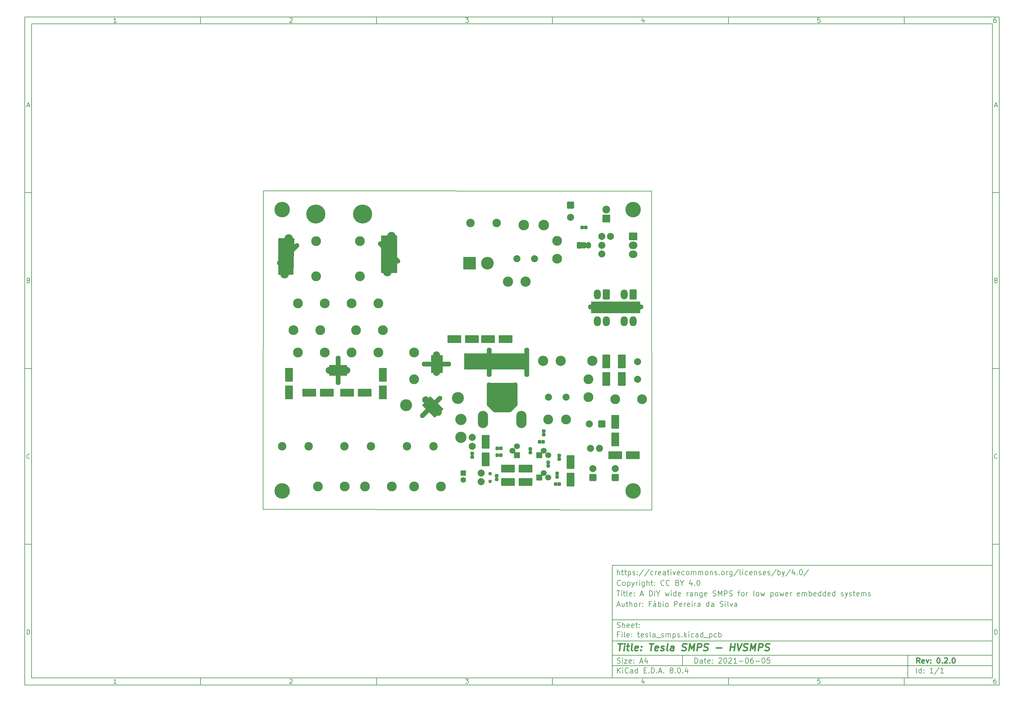
<source format=gbr>
%TF.GenerationSoftware,KiCad,Pcbnew,8.0.4-8.0.4-0~ubuntu22.04.1*%
%TF.CreationDate,2024-08-04T23:42:01-03:00*%
%TF.ProjectId,tesla_smps,7465736c-615f-4736-9d70-732e6b696361,0.2.0*%
%TF.SameCoordinates,Original*%
%TF.FileFunction,Soldermask,Bot*%
%TF.FilePolarity,Negative*%
%FSLAX46Y46*%
G04 Gerber Fmt 4.6, Leading zero omitted, Abs format (unit mm)*
G04 Created by KiCad (PCBNEW 8.0.4-8.0.4-0~ubuntu22.04.1) date 2024-08-04 23:42:01*
%MOMM*%
%LPD*%
G01*
G04 APERTURE LIST*
G04 Aperture macros list*
%AMRoundRect*
0 Rectangle with rounded corners*
0 $1 Rounding radius*
0 $2 $3 $4 $5 $6 $7 $8 $9 X,Y pos of 4 corners*
0 Add a 4 corners polygon primitive as box body*
4,1,4,$2,$3,$4,$5,$6,$7,$8,$9,$2,$3,0*
0 Add four circle primitives for the rounded corners*
1,1,$1+$1,$2,$3*
1,1,$1+$1,$4,$5*
1,1,$1+$1,$6,$7*
1,1,$1+$1,$8,$9*
0 Add four rect primitives between the rounded corners*
20,1,$1+$1,$2,$3,$4,$5,0*
20,1,$1+$1,$4,$5,$6,$7,0*
20,1,$1+$1,$6,$7,$8,$9,0*
20,1,$1+$1,$8,$9,$2,$3,0*%
%AMHorizOval*
0 Thick line with rounded ends*
0 $1 width*
0 $2 $3 position (X,Y) of the first rounded end (center of the circle)*
0 $4 $5 position (X,Y) of the second rounded end (center of the circle)*
0 Add line between two ends*
20,1,$1,$2,$3,$4,$5,0*
0 Add two circle primitives to create the rounded ends*
1,1,$1,$2,$3*
1,1,$1,$4,$5*%
G04 Aperture macros list end*
%ADD10C,0.100000*%
%ADD11C,0.150000*%
%ADD12C,0.300000*%
%ADD13C,0.400000*%
%ADD14RoundRect,0.200000X0.800000X0.800000X-0.800000X0.800000X-0.800000X-0.800000X0.800000X-0.800000X0*%
%ADD15C,2.000000*%
%ADD16RoundRect,0.200000X-0.800000X0.800000X-0.800000X-0.800000X0.800000X-0.800000X0.800000X0.800000X0*%
%ADD17RoundRect,0.200000X0.800000X-0.800000X0.800000X0.800000X-0.800000X0.800000X-0.800000X-0.800000X0*%
%ADD18RoundRect,0.200000X-0.600000X0.600000X-0.600000X-0.600000X0.600000X-0.600000X0.600000X0.600000X0*%
%ADD19C,1.600000*%
%ADD20C,2.400000*%
%ADD21RoundRect,0.200000X-1.600000X-1.600000X1.600000X-1.600000X1.600000X1.600000X-1.600000X1.600000X0*%
%ADD22O,3.600000X3.600000*%
%ADD23RoundRect,0.200000X0.900000X-0.900000X0.900000X0.900000X-0.900000X0.900000X-0.900000X-0.900000X0*%
%ADD24C,2.200000*%
%ADD25RoundRect,0.200000X-0.650000X-0.650000X0.650000X-0.650000X0.650000X0.650000X-0.650000X0.650000X0*%
%ADD26C,1.700000*%
%ADD27C,2.410000*%
%ADD28C,2.800000*%
%ADD29RoundRect,0.200000X-1.015000X-0.865000X1.015000X-0.865000X1.015000X0.865000X-1.015000X0.865000X0*%
%ADD30O,2.430000X2.130000*%
%ADD31C,3.000000*%
%ADD32C,5.400000*%
%ADD33O,2.800000X2.800000*%
%ADD34O,2.000000X2.000000*%
%ADD35C,3.200000*%
%ADD36O,3.200000X3.200000*%
%ADD37RoundRect,0.200000X-0.525000X-0.750000X0.525000X-0.750000X0.525000X0.750000X-0.525000X0.750000X0*%
%ADD38O,1.450000X1.900000*%
%ADD39O,1.400000X6.900000*%
%ADD40HorizOval,1.400000X0.795495X0.795495X-0.795495X-0.795495X0*%
%ADD41O,5.400000X1.400000*%
%ADD42HorizOval,1.400000X-0.795495X0.795495X0.795495X-0.795495X0*%
%ADD43O,2.900000X4.900000*%
%ADD44RoundRect,0.200000X0.650000X-0.650000X0.650000X0.650000X-0.650000X0.650000X-0.650000X-0.650000X0*%
%ADD45C,3.400000*%
%ADD46RoundRect,0.200000X-0.800000X1.200000X-0.800000X-1.200000X0.800000X-1.200000X0.800000X1.200000X0*%
%ADD47O,2.000000X2.800000*%
%ADD48C,4.400000*%
%ADD49O,1.400000X8.400000*%
%ADD50O,8.400000X1.400000*%
%ADD51HorizOval,1.400000X2.474874X2.474874X-2.474874X-2.474874X0*%
%ADD52HorizOval,1.400000X-2.474874X2.474874X2.474874X-2.474874X0*%
%ADD53C,2.900000*%
%ADD54RoundRect,0.200000X0.900000X-1.750000X0.900000X1.750000X-0.900000X1.750000X-0.900000X-1.750000X0*%
%ADD55RoundRect,0.200000X-1.750000X-0.900000X1.750000X-0.900000X1.750000X0.900000X-1.750000X0.900000X0*%
%ADD56RoundRect,0.200000X1.750000X0.900000X-1.750000X0.900000X-1.750000X-0.900000X1.750000X-0.900000X0*%
%ADD57RoundRect,0.200000X-0.250000X0.250000X-0.250000X-0.250000X0.250000X-0.250000X0.250000X0.250000X0*%
%ADD58RoundRect,0.200000X-0.900000X1.750000X-0.900000X-1.750000X0.900000X-1.750000X0.900000X1.750000X0*%
%ADD59RoundRect,0.235000X-0.235000X-0.285000X0.235000X-0.285000X0.235000X0.285000X-0.235000X0.285000X0*%
%ADD60RoundRect,0.235000X0.235000X0.285000X-0.235000X0.285000X-0.235000X-0.285000X0.235000X-0.285000X0*%
%ADD61RoundRect,0.235000X-0.285000X0.235000X-0.285000X-0.235000X0.285000X-0.235000X0.285000X0.235000X0*%
%ADD62RoundRect,0.235000X0.285000X-0.235000X0.285000X0.235000X-0.285000X0.235000X-0.285000X-0.235000X0*%
%TA.AperFunction,Profile*%
%ADD63C,0.150000*%
%TD*%
G04 APERTURE END LIST*
D10*
D11*
X177002200Y-166007200D02*
X285002200Y-166007200D01*
X285002200Y-198007200D01*
X177002200Y-198007200D01*
X177002200Y-166007200D01*
D10*
D11*
X10000000Y-10000000D02*
X287002200Y-10000000D01*
X287002200Y-200007200D01*
X10000000Y-200007200D01*
X10000000Y-10000000D01*
D10*
D11*
X12000000Y-12000000D02*
X285002200Y-12000000D01*
X285002200Y-198007200D01*
X12000000Y-198007200D01*
X12000000Y-12000000D01*
D10*
D11*
X60000000Y-12000000D02*
X60000000Y-10000000D01*
D10*
D11*
X110000000Y-12000000D02*
X110000000Y-10000000D01*
D10*
D11*
X160000000Y-12000000D02*
X160000000Y-10000000D01*
D10*
D11*
X210000000Y-12000000D02*
X210000000Y-10000000D01*
D10*
D11*
X260000000Y-12000000D02*
X260000000Y-10000000D01*
D10*
D11*
X36089160Y-11593604D02*
X35346303Y-11593604D01*
X35717731Y-11593604D02*
X35717731Y-10293604D01*
X35717731Y-10293604D02*
X35593922Y-10479319D01*
X35593922Y-10479319D02*
X35470112Y-10603128D01*
X35470112Y-10603128D02*
X35346303Y-10665033D01*
D10*
D11*
X85346303Y-10417414D02*
X85408207Y-10355509D01*
X85408207Y-10355509D02*
X85532017Y-10293604D01*
X85532017Y-10293604D02*
X85841541Y-10293604D01*
X85841541Y-10293604D02*
X85965350Y-10355509D01*
X85965350Y-10355509D02*
X86027255Y-10417414D01*
X86027255Y-10417414D02*
X86089160Y-10541223D01*
X86089160Y-10541223D02*
X86089160Y-10665033D01*
X86089160Y-10665033D02*
X86027255Y-10850747D01*
X86027255Y-10850747D02*
X85284398Y-11593604D01*
X85284398Y-11593604D02*
X86089160Y-11593604D01*
D10*
D11*
X135284398Y-10293604D02*
X136089160Y-10293604D01*
X136089160Y-10293604D02*
X135655826Y-10788842D01*
X135655826Y-10788842D02*
X135841541Y-10788842D01*
X135841541Y-10788842D02*
X135965350Y-10850747D01*
X135965350Y-10850747D02*
X136027255Y-10912652D01*
X136027255Y-10912652D02*
X136089160Y-11036461D01*
X136089160Y-11036461D02*
X136089160Y-11345985D01*
X136089160Y-11345985D02*
X136027255Y-11469795D01*
X136027255Y-11469795D02*
X135965350Y-11531700D01*
X135965350Y-11531700D02*
X135841541Y-11593604D01*
X135841541Y-11593604D02*
X135470112Y-11593604D01*
X135470112Y-11593604D02*
X135346303Y-11531700D01*
X135346303Y-11531700D02*
X135284398Y-11469795D01*
D10*
D11*
X185965350Y-10726938D02*
X185965350Y-11593604D01*
X185655826Y-10231700D02*
X185346303Y-11160271D01*
X185346303Y-11160271D02*
X186151064Y-11160271D01*
D10*
D11*
X236027255Y-10293604D02*
X235408207Y-10293604D01*
X235408207Y-10293604D02*
X235346303Y-10912652D01*
X235346303Y-10912652D02*
X235408207Y-10850747D01*
X235408207Y-10850747D02*
X235532017Y-10788842D01*
X235532017Y-10788842D02*
X235841541Y-10788842D01*
X235841541Y-10788842D02*
X235965350Y-10850747D01*
X235965350Y-10850747D02*
X236027255Y-10912652D01*
X236027255Y-10912652D02*
X236089160Y-11036461D01*
X236089160Y-11036461D02*
X236089160Y-11345985D01*
X236089160Y-11345985D02*
X236027255Y-11469795D01*
X236027255Y-11469795D02*
X235965350Y-11531700D01*
X235965350Y-11531700D02*
X235841541Y-11593604D01*
X235841541Y-11593604D02*
X235532017Y-11593604D01*
X235532017Y-11593604D02*
X235408207Y-11531700D01*
X235408207Y-11531700D02*
X235346303Y-11469795D01*
D10*
D11*
X285965350Y-10293604D02*
X285717731Y-10293604D01*
X285717731Y-10293604D02*
X285593922Y-10355509D01*
X285593922Y-10355509D02*
X285532017Y-10417414D01*
X285532017Y-10417414D02*
X285408207Y-10603128D01*
X285408207Y-10603128D02*
X285346303Y-10850747D01*
X285346303Y-10850747D02*
X285346303Y-11345985D01*
X285346303Y-11345985D02*
X285408207Y-11469795D01*
X285408207Y-11469795D02*
X285470112Y-11531700D01*
X285470112Y-11531700D02*
X285593922Y-11593604D01*
X285593922Y-11593604D02*
X285841541Y-11593604D01*
X285841541Y-11593604D02*
X285965350Y-11531700D01*
X285965350Y-11531700D02*
X286027255Y-11469795D01*
X286027255Y-11469795D02*
X286089160Y-11345985D01*
X286089160Y-11345985D02*
X286089160Y-11036461D01*
X286089160Y-11036461D02*
X286027255Y-10912652D01*
X286027255Y-10912652D02*
X285965350Y-10850747D01*
X285965350Y-10850747D02*
X285841541Y-10788842D01*
X285841541Y-10788842D02*
X285593922Y-10788842D01*
X285593922Y-10788842D02*
X285470112Y-10850747D01*
X285470112Y-10850747D02*
X285408207Y-10912652D01*
X285408207Y-10912652D02*
X285346303Y-11036461D01*
D10*
D11*
X60000000Y-198007200D02*
X60000000Y-200007200D01*
D10*
D11*
X110000000Y-198007200D02*
X110000000Y-200007200D01*
D10*
D11*
X160000000Y-198007200D02*
X160000000Y-200007200D01*
D10*
D11*
X210000000Y-198007200D02*
X210000000Y-200007200D01*
D10*
D11*
X260000000Y-198007200D02*
X260000000Y-200007200D01*
D10*
D11*
X36089160Y-199600804D02*
X35346303Y-199600804D01*
X35717731Y-199600804D02*
X35717731Y-198300804D01*
X35717731Y-198300804D02*
X35593922Y-198486519D01*
X35593922Y-198486519D02*
X35470112Y-198610328D01*
X35470112Y-198610328D02*
X35346303Y-198672233D01*
D10*
D11*
X85346303Y-198424614D02*
X85408207Y-198362709D01*
X85408207Y-198362709D02*
X85532017Y-198300804D01*
X85532017Y-198300804D02*
X85841541Y-198300804D01*
X85841541Y-198300804D02*
X85965350Y-198362709D01*
X85965350Y-198362709D02*
X86027255Y-198424614D01*
X86027255Y-198424614D02*
X86089160Y-198548423D01*
X86089160Y-198548423D02*
X86089160Y-198672233D01*
X86089160Y-198672233D02*
X86027255Y-198857947D01*
X86027255Y-198857947D02*
X85284398Y-199600804D01*
X85284398Y-199600804D02*
X86089160Y-199600804D01*
D10*
D11*
X135284398Y-198300804D02*
X136089160Y-198300804D01*
X136089160Y-198300804D02*
X135655826Y-198796042D01*
X135655826Y-198796042D02*
X135841541Y-198796042D01*
X135841541Y-198796042D02*
X135965350Y-198857947D01*
X135965350Y-198857947D02*
X136027255Y-198919852D01*
X136027255Y-198919852D02*
X136089160Y-199043661D01*
X136089160Y-199043661D02*
X136089160Y-199353185D01*
X136089160Y-199353185D02*
X136027255Y-199476995D01*
X136027255Y-199476995D02*
X135965350Y-199538900D01*
X135965350Y-199538900D02*
X135841541Y-199600804D01*
X135841541Y-199600804D02*
X135470112Y-199600804D01*
X135470112Y-199600804D02*
X135346303Y-199538900D01*
X135346303Y-199538900D02*
X135284398Y-199476995D01*
D10*
D11*
X185965350Y-198734138D02*
X185965350Y-199600804D01*
X185655826Y-198238900D02*
X185346303Y-199167471D01*
X185346303Y-199167471D02*
X186151064Y-199167471D01*
D10*
D11*
X236027255Y-198300804D02*
X235408207Y-198300804D01*
X235408207Y-198300804D02*
X235346303Y-198919852D01*
X235346303Y-198919852D02*
X235408207Y-198857947D01*
X235408207Y-198857947D02*
X235532017Y-198796042D01*
X235532017Y-198796042D02*
X235841541Y-198796042D01*
X235841541Y-198796042D02*
X235965350Y-198857947D01*
X235965350Y-198857947D02*
X236027255Y-198919852D01*
X236027255Y-198919852D02*
X236089160Y-199043661D01*
X236089160Y-199043661D02*
X236089160Y-199353185D01*
X236089160Y-199353185D02*
X236027255Y-199476995D01*
X236027255Y-199476995D02*
X235965350Y-199538900D01*
X235965350Y-199538900D02*
X235841541Y-199600804D01*
X235841541Y-199600804D02*
X235532017Y-199600804D01*
X235532017Y-199600804D02*
X235408207Y-199538900D01*
X235408207Y-199538900D02*
X235346303Y-199476995D01*
D10*
D11*
X285965350Y-198300804D02*
X285717731Y-198300804D01*
X285717731Y-198300804D02*
X285593922Y-198362709D01*
X285593922Y-198362709D02*
X285532017Y-198424614D01*
X285532017Y-198424614D02*
X285408207Y-198610328D01*
X285408207Y-198610328D02*
X285346303Y-198857947D01*
X285346303Y-198857947D02*
X285346303Y-199353185D01*
X285346303Y-199353185D02*
X285408207Y-199476995D01*
X285408207Y-199476995D02*
X285470112Y-199538900D01*
X285470112Y-199538900D02*
X285593922Y-199600804D01*
X285593922Y-199600804D02*
X285841541Y-199600804D01*
X285841541Y-199600804D02*
X285965350Y-199538900D01*
X285965350Y-199538900D02*
X286027255Y-199476995D01*
X286027255Y-199476995D02*
X286089160Y-199353185D01*
X286089160Y-199353185D02*
X286089160Y-199043661D01*
X286089160Y-199043661D02*
X286027255Y-198919852D01*
X286027255Y-198919852D02*
X285965350Y-198857947D01*
X285965350Y-198857947D02*
X285841541Y-198796042D01*
X285841541Y-198796042D02*
X285593922Y-198796042D01*
X285593922Y-198796042D02*
X285470112Y-198857947D01*
X285470112Y-198857947D02*
X285408207Y-198919852D01*
X285408207Y-198919852D02*
X285346303Y-199043661D01*
D10*
D11*
X10000000Y-60000000D02*
X12000000Y-60000000D01*
D10*
D11*
X10000000Y-110000000D02*
X12000000Y-110000000D01*
D10*
D11*
X10000000Y-160000000D02*
X12000000Y-160000000D01*
D10*
D11*
X10690476Y-35222176D02*
X11309523Y-35222176D01*
X10566666Y-35593604D02*
X10999999Y-34293604D01*
X10999999Y-34293604D02*
X11433333Y-35593604D01*
D10*
D11*
X11092857Y-84912652D02*
X11278571Y-84974557D01*
X11278571Y-84974557D02*
X11340476Y-85036461D01*
X11340476Y-85036461D02*
X11402380Y-85160271D01*
X11402380Y-85160271D02*
X11402380Y-85345985D01*
X11402380Y-85345985D02*
X11340476Y-85469795D01*
X11340476Y-85469795D02*
X11278571Y-85531700D01*
X11278571Y-85531700D02*
X11154761Y-85593604D01*
X11154761Y-85593604D02*
X10659523Y-85593604D01*
X10659523Y-85593604D02*
X10659523Y-84293604D01*
X10659523Y-84293604D02*
X11092857Y-84293604D01*
X11092857Y-84293604D02*
X11216666Y-84355509D01*
X11216666Y-84355509D02*
X11278571Y-84417414D01*
X11278571Y-84417414D02*
X11340476Y-84541223D01*
X11340476Y-84541223D02*
X11340476Y-84665033D01*
X11340476Y-84665033D02*
X11278571Y-84788842D01*
X11278571Y-84788842D02*
X11216666Y-84850747D01*
X11216666Y-84850747D02*
X11092857Y-84912652D01*
X11092857Y-84912652D02*
X10659523Y-84912652D01*
D10*
D11*
X11402380Y-135469795D02*
X11340476Y-135531700D01*
X11340476Y-135531700D02*
X11154761Y-135593604D01*
X11154761Y-135593604D02*
X11030952Y-135593604D01*
X11030952Y-135593604D02*
X10845238Y-135531700D01*
X10845238Y-135531700D02*
X10721428Y-135407890D01*
X10721428Y-135407890D02*
X10659523Y-135284080D01*
X10659523Y-135284080D02*
X10597619Y-135036461D01*
X10597619Y-135036461D02*
X10597619Y-134850747D01*
X10597619Y-134850747D02*
X10659523Y-134603128D01*
X10659523Y-134603128D02*
X10721428Y-134479319D01*
X10721428Y-134479319D02*
X10845238Y-134355509D01*
X10845238Y-134355509D02*
X11030952Y-134293604D01*
X11030952Y-134293604D02*
X11154761Y-134293604D01*
X11154761Y-134293604D02*
X11340476Y-134355509D01*
X11340476Y-134355509D02*
X11402380Y-134417414D01*
D10*
D11*
X10659523Y-185593604D02*
X10659523Y-184293604D01*
X10659523Y-184293604D02*
X10969047Y-184293604D01*
X10969047Y-184293604D02*
X11154761Y-184355509D01*
X11154761Y-184355509D02*
X11278571Y-184479319D01*
X11278571Y-184479319D02*
X11340476Y-184603128D01*
X11340476Y-184603128D02*
X11402380Y-184850747D01*
X11402380Y-184850747D02*
X11402380Y-185036461D01*
X11402380Y-185036461D02*
X11340476Y-185284080D01*
X11340476Y-185284080D02*
X11278571Y-185407890D01*
X11278571Y-185407890D02*
X11154761Y-185531700D01*
X11154761Y-185531700D02*
X10969047Y-185593604D01*
X10969047Y-185593604D02*
X10659523Y-185593604D01*
D10*
D11*
X287002200Y-60000000D02*
X285002200Y-60000000D01*
D10*
D11*
X287002200Y-110000000D02*
X285002200Y-110000000D01*
D10*
D11*
X287002200Y-160000000D02*
X285002200Y-160000000D01*
D10*
D11*
X285692676Y-35222176D02*
X286311723Y-35222176D01*
X285568866Y-35593604D02*
X286002199Y-34293604D01*
X286002199Y-34293604D02*
X286435533Y-35593604D01*
D10*
D11*
X286095057Y-84912652D02*
X286280771Y-84974557D01*
X286280771Y-84974557D02*
X286342676Y-85036461D01*
X286342676Y-85036461D02*
X286404580Y-85160271D01*
X286404580Y-85160271D02*
X286404580Y-85345985D01*
X286404580Y-85345985D02*
X286342676Y-85469795D01*
X286342676Y-85469795D02*
X286280771Y-85531700D01*
X286280771Y-85531700D02*
X286156961Y-85593604D01*
X286156961Y-85593604D02*
X285661723Y-85593604D01*
X285661723Y-85593604D02*
X285661723Y-84293604D01*
X285661723Y-84293604D02*
X286095057Y-84293604D01*
X286095057Y-84293604D02*
X286218866Y-84355509D01*
X286218866Y-84355509D02*
X286280771Y-84417414D01*
X286280771Y-84417414D02*
X286342676Y-84541223D01*
X286342676Y-84541223D02*
X286342676Y-84665033D01*
X286342676Y-84665033D02*
X286280771Y-84788842D01*
X286280771Y-84788842D02*
X286218866Y-84850747D01*
X286218866Y-84850747D02*
X286095057Y-84912652D01*
X286095057Y-84912652D02*
X285661723Y-84912652D01*
D10*
D11*
X286404580Y-135469795D02*
X286342676Y-135531700D01*
X286342676Y-135531700D02*
X286156961Y-135593604D01*
X286156961Y-135593604D02*
X286033152Y-135593604D01*
X286033152Y-135593604D02*
X285847438Y-135531700D01*
X285847438Y-135531700D02*
X285723628Y-135407890D01*
X285723628Y-135407890D02*
X285661723Y-135284080D01*
X285661723Y-135284080D02*
X285599819Y-135036461D01*
X285599819Y-135036461D02*
X285599819Y-134850747D01*
X285599819Y-134850747D02*
X285661723Y-134603128D01*
X285661723Y-134603128D02*
X285723628Y-134479319D01*
X285723628Y-134479319D02*
X285847438Y-134355509D01*
X285847438Y-134355509D02*
X286033152Y-134293604D01*
X286033152Y-134293604D02*
X286156961Y-134293604D01*
X286156961Y-134293604D02*
X286342676Y-134355509D01*
X286342676Y-134355509D02*
X286404580Y-134417414D01*
D10*
D11*
X285661723Y-185593604D02*
X285661723Y-184293604D01*
X285661723Y-184293604D02*
X285971247Y-184293604D01*
X285971247Y-184293604D02*
X286156961Y-184355509D01*
X286156961Y-184355509D02*
X286280771Y-184479319D01*
X286280771Y-184479319D02*
X286342676Y-184603128D01*
X286342676Y-184603128D02*
X286404580Y-184850747D01*
X286404580Y-184850747D02*
X286404580Y-185036461D01*
X286404580Y-185036461D02*
X286342676Y-185284080D01*
X286342676Y-185284080D02*
X286280771Y-185407890D01*
X286280771Y-185407890D02*
X286156961Y-185531700D01*
X286156961Y-185531700D02*
X285971247Y-185593604D01*
X285971247Y-185593604D02*
X285661723Y-185593604D01*
D10*
D11*
X200458026Y-193793328D02*
X200458026Y-192293328D01*
X200458026Y-192293328D02*
X200815169Y-192293328D01*
X200815169Y-192293328D02*
X201029455Y-192364757D01*
X201029455Y-192364757D02*
X201172312Y-192507614D01*
X201172312Y-192507614D02*
X201243741Y-192650471D01*
X201243741Y-192650471D02*
X201315169Y-192936185D01*
X201315169Y-192936185D02*
X201315169Y-193150471D01*
X201315169Y-193150471D02*
X201243741Y-193436185D01*
X201243741Y-193436185D02*
X201172312Y-193579042D01*
X201172312Y-193579042D02*
X201029455Y-193721900D01*
X201029455Y-193721900D02*
X200815169Y-193793328D01*
X200815169Y-193793328D02*
X200458026Y-193793328D01*
X202600884Y-193793328D02*
X202600884Y-193007614D01*
X202600884Y-193007614D02*
X202529455Y-192864757D01*
X202529455Y-192864757D02*
X202386598Y-192793328D01*
X202386598Y-192793328D02*
X202100884Y-192793328D01*
X202100884Y-192793328D02*
X201958026Y-192864757D01*
X202600884Y-193721900D02*
X202458026Y-193793328D01*
X202458026Y-193793328D02*
X202100884Y-193793328D01*
X202100884Y-193793328D02*
X201958026Y-193721900D01*
X201958026Y-193721900D02*
X201886598Y-193579042D01*
X201886598Y-193579042D02*
X201886598Y-193436185D01*
X201886598Y-193436185D02*
X201958026Y-193293328D01*
X201958026Y-193293328D02*
X202100884Y-193221900D01*
X202100884Y-193221900D02*
X202458026Y-193221900D01*
X202458026Y-193221900D02*
X202600884Y-193150471D01*
X203100884Y-192793328D02*
X203672312Y-192793328D01*
X203315169Y-192293328D02*
X203315169Y-193579042D01*
X203315169Y-193579042D02*
X203386598Y-193721900D01*
X203386598Y-193721900D02*
X203529455Y-193793328D01*
X203529455Y-193793328D02*
X203672312Y-193793328D01*
X204743741Y-193721900D02*
X204600884Y-193793328D01*
X204600884Y-193793328D02*
X204315170Y-193793328D01*
X204315170Y-193793328D02*
X204172312Y-193721900D01*
X204172312Y-193721900D02*
X204100884Y-193579042D01*
X204100884Y-193579042D02*
X204100884Y-193007614D01*
X204100884Y-193007614D02*
X204172312Y-192864757D01*
X204172312Y-192864757D02*
X204315170Y-192793328D01*
X204315170Y-192793328D02*
X204600884Y-192793328D01*
X204600884Y-192793328D02*
X204743741Y-192864757D01*
X204743741Y-192864757D02*
X204815170Y-193007614D01*
X204815170Y-193007614D02*
X204815170Y-193150471D01*
X204815170Y-193150471D02*
X204100884Y-193293328D01*
X205458026Y-193650471D02*
X205529455Y-193721900D01*
X205529455Y-193721900D02*
X205458026Y-193793328D01*
X205458026Y-193793328D02*
X205386598Y-193721900D01*
X205386598Y-193721900D02*
X205458026Y-193650471D01*
X205458026Y-193650471D02*
X205458026Y-193793328D01*
X205458026Y-192864757D02*
X205529455Y-192936185D01*
X205529455Y-192936185D02*
X205458026Y-193007614D01*
X205458026Y-193007614D02*
X205386598Y-192936185D01*
X205386598Y-192936185D02*
X205458026Y-192864757D01*
X205458026Y-192864757D02*
X205458026Y-193007614D01*
X207243741Y-192436185D02*
X207315169Y-192364757D01*
X207315169Y-192364757D02*
X207458027Y-192293328D01*
X207458027Y-192293328D02*
X207815169Y-192293328D01*
X207815169Y-192293328D02*
X207958027Y-192364757D01*
X207958027Y-192364757D02*
X208029455Y-192436185D01*
X208029455Y-192436185D02*
X208100884Y-192579042D01*
X208100884Y-192579042D02*
X208100884Y-192721900D01*
X208100884Y-192721900D02*
X208029455Y-192936185D01*
X208029455Y-192936185D02*
X207172312Y-193793328D01*
X207172312Y-193793328D02*
X208100884Y-193793328D01*
X209029455Y-192293328D02*
X209172312Y-192293328D01*
X209172312Y-192293328D02*
X209315169Y-192364757D01*
X209315169Y-192364757D02*
X209386598Y-192436185D01*
X209386598Y-192436185D02*
X209458026Y-192579042D01*
X209458026Y-192579042D02*
X209529455Y-192864757D01*
X209529455Y-192864757D02*
X209529455Y-193221900D01*
X209529455Y-193221900D02*
X209458026Y-193507614D01*
X209458026Y-193507614D02*
X209386598Y-193650471D01*
X209386598Y-193650471D02*
X209315169Y-193721900D01*
X209315169Y-193721900D02*
X209172312Y-193793328D01*
X209172312Y-193793328D02*
X209029455Y-193793328D01*
X209029455Y-193793328D02*
X208886598Y-193721900D01*
X208886598Y-193721900D02*
X208815169Y-193650471D01*
X208815169Y-193650471D02*
X208743740Y-193507614D01*
X208743740Y-193507614D02*
X208672312Y-193221900D01*
X208672312Y-193221900D02*
X208672312Y-192864757D01*
X208672312Y-192864757D02*
X208743740Y-192579042D01*
X208743740Y-192579042D02*
X208815169Y-192436185D01*
X208815169Y-192436185D02*
X208886598Y-192364757D01*
X208886598Y-192364757D02*
X209029455Y-192293328D01*
X210100883Y-192436185D02*
X210172311Y-192364757D01*
X210172311Y-192364757D02*
X210315169Y-192293328D01*
X210315169Y-192293328D02*
X210672311Y-192293328D01*
X210672311Y-192293328D02*
X210815169Y-192364757D01*
X210815169Y-192364757D02*
X210886597Y-192436185D01*
X210886597Y-192436185D02*
X210958026Y-192579042D01*
X210958026Y-192579042D02*
X210958026Y-192721900D01*
X210958026Y-192721900D02*
X210886597Y-192936185D01*
X210886597Y-192936185D02*
X210029454Y-193793328D01*
X210029454Y-193793328D02*
X210958026Y-193793328D01*
X212386597Y-193793328D02*
X211529454Y-193793328D01*
X211958025Y-193793328D02*
X211958025Y-192293328D01*
X211958025Y-192293328D02*
X211815168Y-192507614D01*
X211815168Y-192507614D02*
X211672311Y-192650471D01*
X211672311Y-192650471D02*
X211529454Y-192721900D01*
X213029453Y-193221900D02*
X214172311Y-193221900D01*
X215172311Y-192293328D02*
X215315168Y-192293328D01*
X215315168Y-192293328D02*
X215458025Y-192364757D01*
X215458025Y-192364757D02*
X215529454Y-192436185D01*
X215529454Y-192436185D02*
X215600882Y-192579042D01*
X215600882Y-192579042D02*
X215672311Y-192864757D01*
X215672311Y-192864757D02*
X215672311Y-193221900D01*
X215672311Y-193221900D02*
X215600882Y-193507614D01*
X215600882Y-193507614D02*
X215529454Y-193650471D01*
X215529454Y-193650471D02*
X215458025Y-193721900D01*
X215458025Y-193721900D02*
X215315168Y-193793328D01*
X215315168Y-193793328D02*
X215172311Y-193793328D01*
X215172311Y-193793328D02*
X215029454Y-193721900D01*
X215029454Y-193721900D02*
X214958025Y-193650471D01*
X214958025Y-193650471D02*
X214886596Y-193507614D01*
X214886596Y-193507614D02*
X214815168Y-193221900D01*
X214815168Y-193221900D02*
X214815168Y-192864757D01*
X214815168Y-192864757D02*
X214886596Y-192579042D01*
X214886596Y-192579042D02*
X214958025Y-192436185D01*
X214958025Y-192436185D02*
X215029454Y-192364757D01*
X215029454Y-192364757D02*
X215172311Y-192293328D01*
X216958025Y-192293328D02*
X216672310Y-192293328D01*
X216672310Y-192293328D02*
X216529453Y-192364757D01*
X216529453Y-192364757D02*
X216458025Y-192436185D01*
X216458025Y-192436185D02*
X216315167Y-192650471D01*
X216315167Y-192650471D02*
X216243739Y-192936185D01*
X216243739Y-192936185D02*
X216243739Y-193507614D01*
X216243739Y-193507614D02*
X216315167Y-193650471D01*
X216315167Y-193650471D02*
X216386596Y-193721900D01*
X216386596Y-193721900D02*
X216529453Y-193793328D01*
X216529453Y-193793328D02*
X216815167Y-193793328D01*
X216815167Y-193793328D02*
X216958025Y-193721900D01*
X216958025Y-193721900D02*
X217029453Y-193650471D01*
X217029453Y-193650471D02*
X217100882Y-193507614D01*
X217100882Y-193507614D02*
X217100882Y-193150471D01*
X217100882Y-193150471D02*
X217029453Y-193007614D01*
X217029453Y-193007614D02*
X216958025Y-192936185D01*
X216958025Y-192936185D02*
X216815167Y-192864757D01*
X216815167Y-192864757D02*
X216529453Y-192864757D01*
X216529453Y-192864757D02*
X216386596Y-192936185D01*
X216386596Y-192936185D02*
X216315167Y-193007614D01*
X216315167Y-193007614D02*
X216243739Y-193150471D01*
X217743738Y-193221900D02*
X218886596Y-193221900D01*
X219886596Y-192293328D02*
X220029453Y-192293328D01*
X220029453Y-192293328D02*
X220172310Y-192364757D01*
X220172310Y-192364757D02*
X220243739Y-192436185D01*
X220243739Y-192436185D02*
X220315167Y-192579042D01*
X220315167Y-192579042D02*
X220386596Y-192864757D01*
X220386596Y-192864757D02*
X220386596Y-193221900D01*
X220386596Y-193221900D02*
X220315167Y-193507614D01*
X220315167Y-193507614D02*
X220243739Y-193650471D01*
X220243739Y-193650471D02*
X220172310Y-193721900D01*
X220172310Y-193721900D02*
X220029453Y-193793328D01*
X220029453Y-193793328D02*
X219886596Y-193793328D01*
X219886596Y-193793328D02*
X219743739Y-193721900D01*
X219743739Y-193721900D02*
X219672310Y-193650471D01*
X219672310Y-193650471D02*
X219600881Y-193507614D01*
X219600881Y-193507614D02*
X219529453Y-193221900D01*
X219529453Y-193221900D02*
X219529453Y-192864757D01*
X219529453Y-192864757D02*
X219600881Y-192579042D01*
X219600881Y-192579042D02*
X219672310Y-192436185D01*
X219672310Y-192436185D02*
X219743739Y-192364757D01*
X219743739Y-192364757D02*
X219886596Y-192293328D01*
X221743738Y-192293328D02*
X221029452Y-192293328D01*
X221029452Y-192293328D02*
X220958024Y-193007614D01*
X220958024Y-193007614D02*
X221029452Y-192936185D01*
X221029452Y-192936185D02*
X221172310Y-192864757D01*
X221172310Y-192864757D02*
X221529452Y-192864757D01*
X221529452Y-192864757D02*
X221672310Y-192936185D01*
X221672310Y-192936185D02*
X221743738Y-193007614D01*
X221743738Y-193007614D02*
X221815167Y-193150471D01*
X221815167Y-193150471D02*
X221815167Y-193507614D01*
X221815167Y-193507614D02*
X221743738Y-193650471D01*
X221743738Y-193650471D02*
X221672310Y-193721900D01*
X221672310Y-193721900D02*
X221529452Y-193793328D01*
X221529452Y-193793328D02*
X221172310Y-193793328D01*
X221172310Y-193793328D02*
X221029452Y-193721900D01*
X221029452Y-193721900D02*
X220958024Y-193650471D01*
D10*
D11*
X177002200Y-194507200D02*
X285002200Y-194507200D01*
D10*
D11*
X178458026Y-196593328D02*
X178458026Y-195093328D01*
X179315169Y-196593328D02*
X178672312Y-195736185D01*
X179315169Y-195093328D02*
X178458026Y-195950471D01*
X179958026Y-196593328D02*
X179958026Y-195593328D01*
X179958026Y-195093328D02*
X179886598Y-195164757D01*
X179886598Y-195164757D02*
X179958026Y-195236185D01*
X179958026Y-195236185D02*
X180029455Y-195164757D01*
X180029455Y-195164757D02*
X179958026Y-195093328D01*
X179958026Y-195093328D02*
X179958026Y-195236185D01*
X181529455Y-196450471D02*
X181458027Y-196521900D01*
X181458027Y-196521900D02*
X181243741Y-196593328D01*
X181243741Y-196593328D02*
X181100884Y-196593328D01*
X181100884Y-196593328D02*
X180886598Y-196521900D01*
X180886598Y-196521900D02*
X180743741Y-196379042D01*
X180743741Y-196379042D02*
X180672312Y-196236185D01*
X180672312Y-196236185D02*
X180600884Y-195950471D01*
X180600884Y-195950471D02*
X180600884Y-195736185D01*
X180600884Y-195736185D02*
X180672312Y-195450471D01*
X180672312Y-195450471D02*
X180743741Y-195307614D01*
X180743741Y-195307614D02*
X180886598Y-195164757D01*
X180886598Y-195164757D02*
X181100884Y-195093328D01*
X181100884Y-195093328D02*
X181243741Y-195093328D01*
X181243741Y-195093328D02*
X181458027Y-195164757D01*
X181458027Y-195164757D02*
X181529455Y-195236185D01*
X182815170Y-196593328D02*
X182815170Y-195807614D01*
X182815170Y-195807614D02*
X182743741Y-195664757D01*
X182743741Y-195664757D02*
X182600884Y-195593328D01*
X182600884Y-195593328D02*
X182315170Y-195593328D01*
X182315170Y-195593328D02*
X182172312Y-195664757D01*
X182815170Y-196521900D02*
X182672312Y-196593328D01*
X182672312Y-196593328D02*
X182315170Y-196593328D01*
X182315170Y-196593328D02*
X182172312Y-196521900D01*
X182172312Y-196521900D02*
X182100884Y-196379042D01*
X182100884Y-196379042D02*
X182100884Y-196236185D01*
X182100884Y-196236185D02*
X182172312Y-196093328D01*
X182172312Y-196093328D02*
X182315170Y-196021900D01*
X182315170Y-196021900D02*
X182672312Y-196021900D01*
X182672312Y-196021900D02*
X182815170Y-195950471D01*
X184172313Y-196593328D02*
X184172313Y-195093328D01*
X184172313Y-196521900D02*
X184029455Y-196593328D01*
X184029455Y-196593328D02*
X183743741Y-196593328D01*
X183743741Y-196593328D02*
X183600884Y-196521900D01*
X183600884Y-196521900D02*
X183529455Y-196450471D01*
X183529455Y-196450471D02*
X183458027Y-196307614D01*
X183458027Y-196307614D02*
X183458027Y-195879042D01*
X183458027Y-195879042D02*
X183529455Y-195736185D01*
X183529455Y-195736185D02*
X183600884Y-195664757D01*
X183600884Y-195664757D02*
X183743741Y-195593328D01*
X183743741Y-195593328D02*
X184029455Y-195593328D01*
X184029455Y-195593328D02*
X184172313Y-195664757D01*
X186029455Y-195807614D02*
X186529455Y-195807614D01*
X186743741Y-196593328D02*
X186029455Y-196593328D01*
X186029455Y-196593328D02*
X186029455Y-195093328D01*
X186029455Y-195093328D02*
X186743741Y-195093328D01*
X187386598Y-196450471D02*
X187458027Y-196521900D01*
X187458027Y-196521900D02*
X187386598Y-196593328D01*
X187386598Y-196593328D02*
X187315170Y-196521900D01*
X187315170Y-196521900D02*
X187386598Y-196450471D01*
X187386598Y-196450471D02*
X187386598Y-196593328D01*
X188100884Y-196593328D02*
X188100884Y-195093328D01*
X188100884Y-195093328D02*
X188458027Y-195093328D01*
X188458027Y-195093328D02*
X188672313Y-195164757D01*
X188672313Y-195164757D02*
X188815170Y-195307614D01*
X188815170Y-195307614D02*
X188886599Y-195450471D01*
X188886599Y-195450471D02*
X188958027Y-195736185D01*
X188958027Y-195736185D02*
X188958027Y-195950471D01*
X188958027Y-195950471D02*
X188886599Y-196236185D01*
X188886599Y-196236185D02*
X188815170Y-196379042D01*
X188815170Y-196379042D02*
X188672313Y-196521900D01*
X188672313Y-196521900D02*
X188458027Y-196593328D01*
X188458027Y-196593328D02*
X188100884Y-196593328D01*
X189600884Y-196450471D02*
X189672313Y-196521900D01*
X189672313Y-196521900D02*
X189600884Y-196593328D01*
X189600884Y-196593328D02*
X189529456Y-196521900D01*
X189529456Y-196521900D02*
X189600884Y-196450471D01*
X189600884Y-196450471D02*
X189600884Y-196593328D01*
X190243742Y-196164757D02*
X190958028Y-196164757D01*
X190100885Y-196593328D02*
X190600885Y-195093328D01*
X190600885Y-195093328D02*
X191100885Y-196593328D01*
X191600884Y-196450471D02*
X191672313Y-196521900D01*
X191672313Y-196521900D02*
X191600884Y-196593328D01*
X191600884Y-196593328D02*
X191529456Y-196521900D01*
X191529456Y-196521900D02*
X191600884Y-196450471D01*
X191600884Y-196450471D02*
X191600884Y-196593328D01*
X193672313Y-195736185D02*
X193529456Y-195664757D01*
X193529456Y-195664757D02*
X193458027Y-195593328D01*
X193458027Y-195593328D02*
X193386599Y-195450471D01*
X193386599Y-195450471D02*
X193386599Y-195379042D01*
X193386599Y-195379042D02*
X193458027Y-195236185D01*
X193458027Y-195236185D02*
X193529456Y-195164757D01*
X193529456Y-195164757D02*
X193672313Y-195093328D01*
X193672313Y-195093328D02*
X193958027Y-195093328D01*
X193958027Y-195093328D02*
X194100885Y-195164757D01*
X194100885Y-195164757D02*
X194172313Y-195236185D01*
X194172313Y-195236185D02*
X194243742Y-195379042D01*
X194243742Y-195379042D02*
X194243742Y-195450471D01*
X194243742Y-195450471D02*
X194172313Y-195593328D01*
X194172313Y-195593328D02*
X194100885Y-195664757D01*
X194100885Y-195664757D02*
X193958027Y-195736185D01*
X193958027Y-195736185D02*
X193672313Y-195736185D01*
X193672313Y-195736185D02*
X193529456Y-195807614D01*
X193529456Y-195807614D02*
X193458027Y-195879042D01*
X193458027Y-195879042D02*
X193386599Y-196021900D01*
X193386599Y-196021900D02*
X193386599Y-196307614D01*
X193386599Y-196307614D02*
X193458027Y-196450471D01*
X193458027Y-196450471D02*
X193529456Y-196521900D01*
X193529456Y-196521900D02*
X193672313Y-196593328D01*
X193672313Y-196593328D02*
X193958027Y-196593328D01*
X193958027Y-196593328D02*
X194100885Y-196521900D01*
X194100885Y-196521900D02*
X194172313Y-196450471D01*
X194172313Y-196450471D02*
X194243742Y-196307614D01*
X194243742Y-196307614D02*
X194243742Y-196021900D01*
X194243742Y-196021900D02*
X194172313Y-195879042D01*
X194172313Y-195879042D02*
X194100885Y-195807614D01*
X194100885Y-195807614D02*
X193958027Y-195736185D01*
X194886598Y-196450471D02*
X194958027Y-196521900D01*
X194958027Y-196521900D02*
X194886598Y-196593328D01*
X194886598Y-196593328D02*
X194815170Y-196521900D01*
X194815170Y-196521900D02*
X194886598Y-196450471D01*
X194886598Y-196450471D02*
X194886598Y-196593328D01*
X195886599Y-195093328D02*
X196029456Y-195093328D01*
X196029456Y-195093328D02*
X196172313Y-195164757D01*
X196172313Y-195164757D02*
X196243742Y-195236185D01*
X196243742Y-195236185D02*
X196315170Y-195379042D01*
X196315170Y-195379042D02*
X196386599Y-195664757D01*
X196386599Y-195664757D02*
X196386599Y-196021900D01*
X196386599Y-196021900D02*
X196315170Y-196307614D01*
X196315170Y-196307614D02*
X196243742Y-196450471D01*
X196243742Y-196450471D02*
X196172313Y-196521900D01*
X196172313Y-196521900D02*
X196029456Y-196593328D01*
X196029456Y-196593328D02*
X195886599Y-196593328D01*
X195886599Y-196593328D02*
X195743742Y-196521900D01*
X195743742Y-196521900D02*
X195672313Y-196450471D01*
X195672313Y-196450471D02*
X195600884Y-196307614D01*
X195600884Y-196307614D02*
X195529456Y-196021900D01*
X195529456Y-196021900D02*
X195529456Y-195664757D01*
X195529456Y-195664757D02*
X195600884Y-195379042D01*
X195600884Y-195379042D02*
X195672313Y-195236185D01*
X195672313Y-195236185D02*
X195743742Y-195164757D01*
X195743742Y-195164757D02*
X195886599Y-195093328D01*
X197029455Y-196450471D02*
X197100884Y-196521900D01*
X197100884Y-196521900D02*
X197029455Y-196593328D01*
X197029455Y-196593328D02*
X196958027Y-196521900D01*
X196958027Y-196521900D02*
X197029455Y-196450471D01*
X197029455Y-196450471D02*
X197029455Y-196593328D01*
X198386599Y-195593328D02*
X198386599Y-196593328D01*
X198029456Y-195021900D02*
X197672313Y-196093328D01*
X197672313Y-196093328D02*
X198600884Y-196093328D01*
D10*
D11*
X177002200Y-191507200D02*
X285002200Y-191507200D01*
D10*
D12*
X264413853Y-193785528D02*
X263913853Y-193071242D01*
X263556710Y-193785528D02*
X263556710Y-192285528D01*
X263556710Y-192285528D02*
X264128139Y-192285528D01*
X264128139Y-192285528D02*
X264270996Y-192356957D01*
X264270996Y-192356957D02*
X264342425Y-192428385D01*
X264342425Y-192428385D02*
X264413853Y-192571242D01*
X264413853Y-192571242D02*
X264413853Y-192785528D01*
X264413853Y-192785528D02*
X264342425Y-192928385D01*
X264342425Y-192928385D02*
X264270996Y-192999814D01*
X264270996Y-192999814D02*
X264128139Y-193071242D01*
X264128139Y-193071242D02*
X263556710Y-193071242D01*
X265628139Y-193714100D02*
X265485282Y-193785528D01*
X265485282Y-193785528D02*
X265199568Y-193785528D01*
X265199568Y-193785528D02*
X265056710Y-193714100D01*
X265056710Y-193714100D02*
X264985282Y-193571242D01*
X264985282Y-193571242D02*
X264985282Y-192999814D01*
X264985282Y-192999814D02*
X265056710Y-192856957D01*
X265056710Y-192856957D02*
X265199568Y-192785528D01*
X265199568Y-192785528D02*
X265485282Y-192785528D01*
X265485282Y-192785528D02*
X265628139Y-192856957D01*
X265628139Y-192856957D02*
X265699568Y-192999814D01*
X265699568Y-192999814D02*
X265699568Y-193142671D01*
X265699568Y-193142671D02*
X264985282Y-193285528D01*
X266199567Y-192785528D02*
X266556710Y-193785528D01*
X266556710Y-193785528D02*
X266913853Y-192785528D01*
X267485281Y-193642671D02*
X267556710Y-193714100D01*
X267556710Y-193714100D02*
X267485281Y-193785528D01*
X267485281Y-193785528D02*
X267413853Y-193714100D01*
X267413853Y-193714100D02*
X267485281Y-193642671D01*
X267485281Y-193642671D02*
X267485281Y-193785528D01*
X267485281Y-192856957D02*
X267556710Y-192928385D01*
X267556710Y-192928385D02*
X267485281Y-192999814D01*
X267485281Y-192999814D02*
X267413853Y-192928385D01*
X267413853Y-192928385D02*
X267485281Y-192856957D01*
X267485281Y-192856957D02*
X267485281Y-192999814D01*
X269628139Y-192285528D02*
X269770996Y-192285528D01*
X269770996Y-192285528D02*
X269913853Y-192356957D01*
X269913853Y-192356957D02*
X269985282Y-192428385D01*
X269985282Y-192428385D02*
X270056710Y-192571242D01*
X270056710Y-192571242D02*
X270128139Y-192856957D01*
X270128139Y-192856957D02*
X270128139Y-193214100D01*
X270128139Y-193214100D02*
X270056710Y-193499814D01*
X270056710Y-193499814D02*
X269985282Y-193642671D01*
X269985282Y-193642671D02*
X269913853Y-193714100D01*
X269913853Y-193714100D02*
X269770996Y-193785528D01*
X269770996Y-193785528D02*
X269628139Y-193785528D01*
X269628139Y-193785528D02*
X269485282Y-193714100D01*
X269485282Y-193714100D02*
X269413853Y-193642671D01*
X269413853Y-193642671D02*
X269342424Y-193499814D01*
X269342424Y-193499814D02*
X269270996Y-193214100D01*
X269270996Y-193214100D02*
X269270996Y-192856957D01*
X269270996Y-192856957D02*
X269342424Y-192571242D01*
X269342424Y-192571242D02*
X269413853Y-192428385D01*
X269413853Y-192428385D02*
X269485282Y-192356957D01*
X269485282Y-192356957D02*
X269628139Y-192285528D01*
X270770995Y-193642671D02*
X270842424Y-193714100D01*
X270842424Y-193714100D02*
X270770995Y-193785528D01*
X270770995Y-193785528D02*
X270699567Y-193714100D01*
X270699567Y-193714100D02*
X270770995Y-193642671D01*
X270770995Y-193642671D02*
X270770995Y-193785528D01*
X271413853Y-192428385D02*
X271485281Y-192356957D01*
X271485281Y-192356957D02*
X271628139Y-192285528D01*
X271628139Y-192285528D02*
X271985281Y-192285528D01*
X271985281Y-192285528D02*
X272128139Y-192356957D01*
X272128139Y-192356957D02*
X272199567Y-192428385D01*
X272199567Y-192428385D02*
X272270996Y-192571242D01*
X272270996Y-192571242D02*
X272270996Y-192714100D01*
X272270996Y-192714100D02*
X272199567Y-192928385D01*
X272199567Y-192928385D02*
X271342424Y-193785528D01*
X271342424Y-193785528D02*
X272270996Y-193785528D01*
X272913852Y-193642671D02*
X272985281Y-193714100D01*
X272985281Y-193714100D02*
X272913852Y-193785528D01*
X272913852Y-193785528D02*
X272842424Y-193714100D01*
X272842424Y-193714100D02*
X272913852Y-193642671D01*
X272913852Y-193642671D02*
X272913852Y-193785528D01*
X273913853Y-192285528D02*
X274056710Y-192285528D01*
X274056710Y-192285528D02*
X274199567Y-192356957D01*
X274199567Y-192356957D02*
X274270996Y-192428385D01*
X274270996Y-192428385D02*
X274342424Y-192571242D01*
X274342424Y-192571242D02*
X274413853Y-192856957D01*
X274413853Y-192856957D02*
X274413853Y-193214100D01*
X274413853Y-193214100D02*
X274342424Y-193499814D01*
X274342424Y-193499814D02*
X274270996Y-193642671D01*
X274270996Y-193642671D02*
X274199567Y-193714100D01*
X274199567Y-193714100D02*
X274056710Y-193785528D01*
X274056710Y-193785528D02*
X273913853Y-193785528D01*
X273913853Y-193785528D02*
X273770996Y-193714100D01*
X273770996Y-193714100D02*
X273699567Y-193642671D01*
X273699567Y-193642671D02*
X273628138Y-193499814D01*
X273628138Y-193499814D02*
X273556710Y-193214100D01*
X273556710Y-193214100D02*
X273556710Y-192856957D01*
X273556710Y-192856957D02*
X273628138Y-192571242D01*
X273628138Y-192571242D02*
X273699567Y-192428385D01*
X273699567Y-192428385D02*
X273770996Y-192356957D01*
X273770996Y-192356957D02*
X273913853Y-192285528D01*
D10*
D11*
X178386598Y-193721900D02*
X178600884Y-193793328D01*
X178600884Y-193793328D02*
X178958026Y-193793328D01*
X178958026Y-193793328D02*
X179100884Y-193721900D01*
X179100884Y-193721900D02*
X179172312Y-193650471D01*
X179172312Y-193650471D02*
X179243741Y-193507614D01*
X179243741Y-193507614D02*
X179243741Y-193364757D01*
X179243741Y-193364757D02*
X179172312Y-193221900D01*
X179172312Y-193221900D02*
X179100884Y-193150471D01*
X179100884Y-193150471D02*
X178958026Y-193079042D01*
X178958026Y-193079042D02*
X178672312Y-193007614D01*
X178672312Y-193007614D02*
X178529455Y-192936185D01*
X178529455Y-192936185D02*
X178458026Y-192864757D01*
X178458026Y-192864757D02*
X178386598Y-192721900D01*
X178386598Y-192721900D02*
X178386598Y-192579042D01*
X178386598Y-192579042D02*
X178458026Y-192436185D01*
X178458026Y-192436185D02*
X178529455Y-192364757D01*
X178529455Y-192364757D02*
X178672312Y-192293328D01*
X178672312Y-192293328D02*
X179029455Y-192293328D01*
X179029455Y-192293328D02*
X179243741Y-192364757D01*
X179886597Y-193793328D02*
X179886597Y-192793328D01*
X179886597Y-192293328D02*
X179815169Y-192364757D01*
X179815169Y-192364757D02*
X179886597Y-192436185D01*
X179886597Y-192436185D02*
X179958026Y-192364757D01*
X179958026Y-192364757D02*
X179886597Y-192293328D01*
X179886597Y-192293328D02*
X179886597Y-192436185D01*
X180458026Y-192793328D02*
X181243741Y-192793328D01*
X181243741Y-192793328D02*
X180458026Y-193793328D01*
X180458026Y-193793328D02*
X181243741Y-193793328D01*
X182386598Y-193721900D02*
X182243741Y-193793328D01*
X182243741Y-193793328D02*
X181958027Y-193793328D01*
X181958027Y-193793328D02*
X181815169Y-193721900D01*
X181815169Y-193721900D02*
X181743741Y-193579042D01*
X181743741Y-193579042D02*
X181743741Y-193007614D01*
X181743741Y-193007614D02*
X181815169Y-192864757D01*
X181815169Y-192864757D02*
X181958027Y-192793328D01*
X181958027Y-192793328D02*
X182243741Y-192793328D01*
X182243741Y-192793328D02*
X182386598Y-192864757D01*
X182386598Y-192864757D02*
X182458027Y-193007614D01*
X182458027Y-193007614D02*
X182458027Y-193150471D01*
X182458027Y-193150471D02*
X181743741Y-193293328D01*
X183100883Y-193650471D02*
X183172312Y-193721900D01*
X183172312Y-193721900D02*
X183100883Y-193793328D01*
X183100883Y-193793328D02*
X183029455Y-193721900D01*
X183029455Y-193721900D02*
X183100883Y-193650471D01*
X183100883Y-193650471D02*
X183100883Y-193793328D01*
X183100883Y-192864757D02*
X183172312Y-192936185D01*
X183172312Y-192936185D02*
X183100883Y-193007614D01*
X183100883Y-193007614D02*
X183029455Y-192936185D01*
X183029455Y-192936185D02*
X183100883Y-192864757D01*
X183100883Y-192864757D02*
X183100883Y-193007614D01*
X184886598Y-193364757D02*
X185600884Y-193364757D01*
X184743741Y-193793328D02*
X185243741Y-192293328D01*
X185243741Y-192293328D02*
X185743741Y-193793328D01*
X186886598Y-192793328D02*
X186886598Y-193793328D01*
X186529455Y-192221900D02*
X186172312Y-193293328D01*
X186172312Y-193293328D02*
X187100883Y-193293328D01*
D10*
D11*
X263458026Y-196593328D02*
X263458026Y-195093328D01*
X264815170Y-196593328D02*
X264815170Y-195093328D01*
X264815170Y-196521900D02*
X264672312Y-196593328D01*
X264672312Y-196593328D02*
X264386598Y-196593328D01*
X264386598Y-196593328D02*
X264243741Y-196521900D01*
X264243741Y-196521900D02*
X264172312Y-196450471D01*
X264172312Y-196450471D02*
X264100884Y-196307614D01*
X264100884Y-196307614D02*
X264100884Y-195879042D01*
X264100884Y-195879042D02*
X264172312Y-195736185D01*
X264172312Y-195736185D02*
X264243741Y-195664757D01*
X264243741Y-195664757D02*
X264386598Y-195593328D01*
X264386598Y-195593328D02*
X264672312Y-195593328D01*
X264672312Y-195593328D02*
X264815170Y-195664757D01*
X265529455Y-196450471D02*
X265600884Y-196521900D01*
X265600884Y-196521900D02*
X265529455Y-196593328D01*
X265529455Y-196593328D02*
X265458027Y-196521900D01*
X265458027Y-196521900D02*
X265529455Y-196450471D01*
X265529455Y-196450471D02*
X265529455Y-196593328D01*
X265529455Y-195664757D02*
X265600884Y-195736185D01*
X265600884Y-195736185D02*
X265529455Y-195807614D01*
X265529455Y-195807614D02*
X265458027Y-195736185D01*
X265458027Y-195736185D02*
X265529455Y-195664757D01*
X265529455Y-195664757D02*
X265529455Y-195807614D01*
X268172313Y-196593328D02*
X267315170Y-196593328D01*
X267743741Y-196593328D02*
X267743741Y-195093328D01*
X267743741Y-195093328D02*
X267600884Y-195307614D01*
X267600884Y-195307614D02*
X267458027Y-195450471D01*
X267458027Y-195450471D02*
X267315170Y-195521900D01*
X269886598Y-195021900D02*
X268600884Y-196950471D01*
X271172313Y-196593328D02*
X270315170Y-196593328D01*
X270743741Y-196593328D02*
X270743741Y-195093328D01*
X270743741Y-195093328D02*
X270600884Y-195307614D01*
X270600884Y-195307614D02*
X270458027Y-195450471D01*
X270458027Y-195450471D02*
X270315170Y-195521900D01*
D10*
D11*
X177002200Y-187507200D02*
X285002200Y-187507200D01*
D10*
D13*
X178693928Y-188211638D02*
X179836785Y-188211638D01*
X179015357Y-190211638D02*
X179265357Y-188211638D01*
X180253452Y-190211638D02*
X180420119Y-188878304D01*
X180503452Y-188211638D02*
X180396309Y-188306876D01*
X180396309Y-188306876D02*
X180479643Y-188402114D01*
X180479643Y-188402114D02*
X180586786Y-188306876D01*
X180586786Y-188306876D02*
X180503452Y-188211638D01*
X180503452Y-188211638D02*
X180479643Y-188402114D01*
X181086786Y-188878304D02*
X181848690Y-188878304D01*
X181455833Y-188211638D02*
X181241548Y-189925923D01*
X181241548Y-189925923D02*
X181312976Y-190116400D01*
X181312976Y-190116400D02*
X181491548Y-190211638D01*
X181491548Y-190211638D02*
X181682024Y-190211638D01*
X182634405Y-190211638D02*
X182455833Y-190116400D01*
X182455833Y-190116400D02*
X182384405Y-189925923D01*
X182384405Y-189925923D02*
X182598690Y-188211638D01*
X184170119Y-190116400D02*
X183967738Y-190211638D01*
X183967738Y-190211638D02*
X183586785Y-190211638D01*
X183586785Y-190211638D02*
X183408214Y-190116400D01*
X183408214Y-190116400D02*
X183336785Y-189925923D01*
X183336785Y-189925923D02*
X183432024Y-189164019D01*
X183432024Y-189164019D02*
X183551071Y-188973542D01*
X183551071Y-188973542D02*
X183753452Y-188878304D01*
X183753452Y-188878304D02*
X184134404Y-188878304D01*
X184134404Y-188878304D02*
X184312976Y-188973542D01*
X184312976Y-188973542D02*
X184384404Y-189164019D01*
X184384404Y-189164019D02*
X184360595Y-189354495D01*
X184360595Y-189354495D02*
X183384404Y-189544971D01*
X185134405Y-190021161D02*
X185217738Y-190116400D01*
X185217738Y-190116400D02*
X185110595Y-190211638D01*
X185110595Y-190211638D02*
X185027262Y-190116400D01*
X185027262Y-190116400D02*
X185134405Y-190021161D01*
X185134405Y-190021161D02*
X185110595Y-190211638D01*
X185265357Y-188973542D02*
X185348690Y-189068780D01*
X185348690Y-189068780D02*
X185241548Y-189164019D01*
X185241548Y-189164019D02*
X185158214Y-189068780D01*
X185158214Y-189068780D02*
X185265357Y-188973542D01*
X185265357Y-188973542D02*
X185241548Y-189164019D01*
X187551072Y-188211638D02*
X188693929Y-188211638D01*
X187872501Y-190211638D02*
X188122501Y-188211638D01*
X189884406Y-190116400D02*
X189682025Y-190211638D01*
X189682025Y-190211638D02*
X189301072Y-190211638D01*
X189301072Y-190211638D02*
X189122501Y-190116400D01*
X189122501Y-190116400D02*
X189051072Y-189925923D01*
X189051072Y-189925923D02*
X189146311Y-189164019D01*
X189146311Y-189164019D02*
X189265358Y-188973542D01*
X189265358Y-188973542D02*
X189467739Y-188878304D01*
X189467739Y-188878304D02*
X189848691Y-188878304D01*
X189848691Y-188878304D02*
X190027263Y-188973542D01*
X190027263Y-188973542D02*
X190098691Y-189164019D01*
X190098691Y-189164019D02*
X190074882Y-189354495D01*
X190074882Y-189354495D02*
X189098691Y-189544971D01*
X190741549Y-190116400D02*
X190920120Y-190211638D01*
X190920120Y-190211638D02*
X191301073Y-190211638D01*
X191301073Y-190211638D02*
X191503454Y-190116400D01*
X191503454Y-190116400D02*
X191622501Y-189925923D01*
X191622501Y-189925923D02*
X191634406Y-189830685D01*
X191634406Y-189830685D02*
X191562977Y-189640209D01*
X191562977Y-189640209D02*
X191384406Y-189544971D01*
X191384406Y-189544971D02*
X191098692Y-189544971D01*
X191098692Y-189544971D02*
X190920120Y-189449733D01*
X190920120Y-189449733D02*
X190848692Y-189259257D01*
X190848692Y-189259257D02*
X190860597Y-189164019D01*
X190860597Y-189164019D02*
X190979644Y-188973542D01*
X190979644Y-188973542D02*
X191182025Y-188878304D01*
X191182025Y-188878304D02*
X191467739Y-188878304D01*
X191467739Y-188878304D02*
X191646311Y-188973542D01*
X192729645Y-190211638D02*
X192551073Y-190116400D01*
X192551073Y-190116400D02*
X192479645Y-189925923D01*
X192479645Y-189925923D02*
X192693930Y-188211638D01*
X194348692Y-190211638D02*
X194479644Y-189164019D01*
X194479644Y-189164019D02*
X194408216Y-188973542D01*
X194408216Y-188973542D02*
X194229644Y-188878304D01*
X194229644Y-188878304D02*
X193848692Y-188878304D01*
X193848692Y-188878304D02*
X193646311Y-188973542D01*
X194360597Y-190116400D02*
X194158216Y-190211638D01*
X194158216Y-190211638D02*
X193682025Y-190211638D01*
X193682025Y-190211638D02*
X193503454Y-190116400D01*
X193503454Y-190116400D02*
X193432025Y-189925923D01*
X193432025Y-189925923D02*
X193455835Y-189735447D01*
X193455835Y-189735447D02*
X193574883Y-189544971D01*
X193574883Y-189544971D02*
X193777264Y-189449733D01*
X193777264Y-189449733D02*
X194253454Y-189449733D01*
X194253454Y-189449733D02*
X194455835Y-189354495D01*
X196741550Y-190116400D02*
X197015359Y-190211638D01*
X197015359Y-190211638D02*
X197491550Y-190211638D01*
X197491550Y-190211638D02*
X197693931Y-190116400D01*
X197693931Y-190116400D02*
X197801074Y-190021161D01*
X197801074Y-190021161D02*
X197920121Y-189830685D01*
X197920121Y-189830685D02*
X197943931Y-189640209D01*
X197943931Y-189640209D02*
X197872502Y-189449733D01*
X197872502Y-189449733D02*
X197789169Y-189354495D01*
X197789169Y-189354495D02*
X197610598Y-189259257D01*
X197610598Y-189259257D02*
X197241550Y-189164019D01*
X197241550Y-189164019D02*
X197062978Y-189068780D01*
X197062978Y-189068780D02*
X196979645Y-188973542D01*
X196979645Y-188973542D02*
X196908217Y-188783066D01*
X196908217Y-188783066D02*
X196932026Y-188592590D01*
X196932026Y-188592590D02*
X197051074Y-188402114D01*
X197051074Y-188402114D02*
X197158217Y-188306876D01*
X197158217Y-188306876D02*
X197360598Y-188211638D01*
X197360598Y-188211638D02*
X197836788Y-188211638D01*
X197836788Y-188211638D02*
X198110598Y-188306876D01*
X198729645Y-190211638D02*
X198979645Y-188211638D01*
X198979645Y-188211638D02*
X199467740Y-189640209D01*
X199467740Y-189640209D02*
X200312979Y-188211638D01*
X200312979Y-188211638D02*
X200062979Y-190211638D01*
X201015359Y-190211638D02*
X201265359Y-188211638D01*
X201265359Y-188211638D02*
X202027264Y-188211638D01*
X202027264Y-188211638D02*
X202205835Y-188306876D01*
X202205835Y-188306876D02*
X202289169Y-188402114D01*
X202289169Y-188402114D02*
X202360597Y-188592590D01*
X202360597Y-188592590D02*
X202324883Y-188878304D01*
X202324883Y-188878304D02*
X202205835Y-189068780D01*
X202205835Y-189068780D02*
X202098693Y-189164019D01*
X202098693Y-189164019D02*
X201896312Y-189259257D01*
X201896312Y-189259257D02*
X201134407Y-189259257D01*
X202932026Y-190116400D02*
X203205835Y-190211638D01*
X203205835Y-190211638D02*
X203682026Y-190211638D01*
X203682026Y-190211638D02*
X203884407Y-190116400D01*
X203884407Y-190116400D02*
X203991550Y-190021161D01*
X203991550Y-190021161D02*
X204110597Y-189830685D01*
X204110597Y-189830685D02*
X204134407Y-189640209D01*
X204134407Y-189640209D02*
X204062978Y-189449733D01*
X204062978Y-189449733D02*
X203979645Y-189354495D01*
X203979645Y-189354495D02*
X203801074Y-189259257D01*
X203801074Y-189259257D02*
X203432026Y-189164019D01*
X203432026Y-189164019D02*
X203253454Y-189068780D01*
X203253454Y-189068780D02*
X203170121Y-188973542D01*
X203170121Y-188973542D02*
X203098693Y-188783066D01*
X203098693Y-188783066D02*
X203122502Y-188592590D01*
X203122502Y-188592590D02*
X203241550Y-188402114D01*
X203241550Y-188402114D02*
X203348693Y-188306876D01*
X203348693Y-188306876D02*
X203551074Y-188211638D01*
X203551074Y-188211638D02*
X204027264Y-188211638D01*
X204027264Y-188211638D02*
X204301074Y-188306876D01*
X206539169Y-189449733D02*
X208062979Y-189449733D01*
X210443931Y-190211638D02*
X210693931Y-188211638D01*
X210574884Y-189164019D02*
X211717741Y-189164019D01*
X211586788Y-190211638D02*
X211836788Y-188211638D01*
X212503455Y-188211638D02*
X212920122Y-190211638D01*
X212920122Y-190211638D02*
X213836788Y-188211638D01*
X214170122Y-190116400D02*
X214443931Y-190211638D01*
X214443931Y-190211638D02*
X214920122Y-190211638D01*
X214920122Y-190211638D02*
X215122503Y-190116400D01*
X215122503Y-190116400D02*
X215229646Y-190021161D01*
X215229646Y-190021161D02*
X215348693Y-189830685D01*
X215348693Y-189830685D02*
X215372503Y-189640209D01*
X215372503Y-189640209D02*
X215301074Y-189449733D01*
X215301074Y-189449733D02*
X215217741Y-189354495D01*
X215217741Y-189354495D02*
X215039170Y-189259257D01*
X215039170Y-189259257D02*
X214670122Y-189164019D01*
X214670122Y-189164019D02*
X214491550Y-189068780D01*
X214491550Y-189068780D02*
X214408217Y-188973542D01*
X214408217Y-188973542D02*
X214336789Y-188783066D01*
X214336789Y-188783066D02*
X214360598Y-188592590D01*
X214360598Y-188592590D02*
X214479646Y-188402114D01*
X214479646Y-188402114D02*
X214586789Y-188306876D01*
X214586789Y-188306876D02*
X214789170Y-188211638D01*
X214789170Y-188211638D02*
X215265360Y-188211638D01*
X215265360Y-188211638D02*
X215539170Y-188306876D01*
X216158217Y-190211638D02*
X216408217Y-188211638D01*
X216408217Y-188211638D02*
X216896312Y-189640209D01*
X216896312Y-189640209D02*
X217741551Y-188211638D01*
X217741551Y-188211638D02*
X217491551Y-190211638D01*
X218443931Y-190211638D02*
X218693931Y-188211638D01*
X218693931Y-188211638D02*
X219455836Y-188211638D01*
X219455836Y-188211638D02*
X219634407Y-188306876D01*
X219634407Y-188306876D02*
X219717741Y-188402114D01*
X219717741Y-188402114D02*
X219789169Y-188592590D01*
X219789169Y-188592590D02*
X219753455Y-188878304D01*
X219753455Y-188878304D02*
X219634407Y-189068780D01*
X219634407Y-189068780D02*
X219527265Y-189164019D01*
X219527265Y-189164019D02*
X219324884Y-189259257D01*
X219324884Y-189259257D02*
X218562979Y-189259257D01*
X220360598Y-190116400D02*
X220634407Y-190211638D01*
X220634407Y-190211638D02*
X221110598Y-190211638D01*
X221110598Y-190211638D02*
X221312979Y-190116400D01*
X221312979Y-190116400D02*
X221420122Y-190021161D01*
X221420122Y-190021161D02*
X221539169Y-189830685D01*
X221539169Y-189830685D02*
X221562979Y-189640209D01*
X221562979Y-189640209D02*
X221491550Y-189449733D01*
X221491550Y-189449733D02*
X221408217Y-189354495D01*
X221408217Y-189354495D02*
X221229646Y-189259257D01*
X221229646Y-189259257D02*
X220860598Y-189164019D01*
X220860598Y-189164019D02*
X220682026Y-189068780D01*
X220682026Y-189068780D02*
X220598693Y-188973542D01*
X220598693Y-188973542D02*
X220527265Y-188783066D01*
X220527265Y-188783066D02*
X220551074Y-188592590D01*
X220551074Y-188592590D02*
X220670122Y-188402114D01*
X220670122Y-188402114D02*
X220777265Y-188306876D01*
X220777265Y-188306876D02*
X220979646Y-188211638D01*
X220979646Y-188211638D02*
X221455836Y-188211638D01*
X221455836Y-188211638D02*
X221729646Y-188306876D01*
D10*
D11*
X178958026Y-185607614D02*
X178458026Y-185607614D01*
X178458026Y-186393328D02*
X178458026Y-184893328D01*
X178458026Y-184893328D02*
X179172312Y-184893328D01*
X179743740Y-186393328D02*
X179743740Y-185393328D01*
X179743740Y-184893328D02*
X179672312Y-184964757D01*
X179672312Y-184964757D02*
X179743740Y-185036185D01*
X179743740Y-185036185D02*
X179815169Y-184964757D01*
X179815169Y-184964757D02*
X179743740Y-184893328D01*
X179743740Y-184893328D02*
X179743740Y-185036185D01*
X180672312Y-186393328D02*
X180529455Y-186321900D01*
X180529455Y-186321900D02*
X180458026Y-186179042D01*
X180458026Y-186179042D02*
X180458026Y-184893328D01*
X181815169Y-186321900D02*
X181672312Y-186393328D01*
X181672312Y-186393328D02*
X181386598Y-186393328D01*
X181386598Y-186393328D02*
X181243740Y-186321900D01*
X181243740Y-186321900D02*
X181172312Y-186179042D01*
X181172312Y-186179042D02*
X181172312Y-185607614D01*
X181172312Y-185607614D02*
X181243740Y-185464757D01*
X181243740Y-185464757D02*
X181386598Y-185393328D01*
X181386598Y-185393328D02*
X181672312Y-185393328D01*
X181672312Y-185393328D02*
X181815169Y-185464757D01*
X181815169Y-185464757D02*
X181886598Y-185607614D01*
X181886598Y-185607614D02*
X181886598Y-185750471D01*
X181886598Y-185750471D02*
X181172312Y-185893328D01*
X182529454Y-186250471D02*
X182600883Y-186321900D01*
X182600883Y-186321900D02*
X182529454Y-186393328D01*
X182529454Y-186393328D02*
X182458026Y-186321900D01*
X182458026Y-186321900D02*
X182529454Y-186250471D01*
X182529454Y-186250471D02*
X182529454Y-186393328D01*
X182529454Y-185464757D02*
X182600883Y-185536185D01*
X182600883Y-185536185D02*
X182529454Y-185607614D01*
X182529454Y-185607614D02*
X182458026Y-185536185D01*
X182458026Y-185536185D02*
X182529454Y-185464757D01*
X182529454Y-185464757D02*
X182529454Y-185607614D01*
X184172312Y-185393328D02*
X184743740Y-185393328D01*
X184386597Y-184893328D02*
X184386597Y-186179042D01*
X184386597Y-186179042D02*
X184458026Y-186321900D01*
X184458026Y-186321900D02*
X184600883Y-186393328D01*
X184600883Y-186393328D02*
X184743740Y-186393328D01*
X185815169Y-186321900D02*
X185672312Y-186393328D01*
X185672312Y-186393328D02*
X185386598Y-186393328D01*
X185386598Y-186393328D02*
X185243740Y-186321900D01*
X185243740Y-186321900D02*
X185172312Y-186179042D01*
X185172312Y-186179042D02*
X185172312Y-185607614D01*
X185172312Y-185607614D02*
X185243740Y-185464757D01*
X185243740Y-185464757D02*
X185386598Y-185393328D01*
X185386598Y-185393328D02*
X185672312Y-185393328D01*
X185672312Y-185393328D02*
X185815169Y-185464757D01*
X185815169Y-185464757D02*
X185886598Y-185607614D01*
X185886598Y-185607614D02*
X185886598Y-185750471D01*
X185886598Y-185750471D02*
X185172312Y-185893328D01*
X186458026Y-186321900D02*
X186600883Y-186393328D01*
X186600883Y-186393328D02*
X186886597Y-186393328D01*
X186886597Y-186393328D02*
X187029454Y-186321900D01*
X187029454Y-186321900D02*
X187100883Y-186179042D01*
X187100883Y-186179042D02*
X187100883Y-186107614D01*
X187100883Y-186107614D02*
X187029454Y-185964757D01*
X187029454Y-185964757D02*
X186886597Y-185893328D01*
X186886597Y-185893328D02*
X186672312Y-185893328D01*
X186672312Y-185893328D02*
X186529454Y-185821900D01*
X186529454Y-185821900D02*
X186458026Y-185679042D01*
X186458026Y-185679042D02*
X186458026Y-185607614D01*
X186458026Y-185607614D02*
X186529454Y-185464757D01*
X186529454Y-185464757D02*
X186672312Y-185393328D01*
X186672312Y-185393328D02*
X186886597Y-185393328D01*
X186886597Y-185393328D02*
X187029454Y-185464757D01*
X187958026Y-186393328D02*
X187815169Y-186321900D01*
X187815169Y-186321900D02*
X187743740Y-186179042D01*
X187743740Y-186179042D02*
X187743740Y-184893328D01*
X189172312Y-186393328D02*
X189172312Y-185607614D01*
X189172312Y-185607614D02*
X189100883Y-185464757D01*
X189100883Y-185464757D02*
X188958026Y-185393328D01*
X188958026Y-185393328D02*
X188672312Y-185393328D01*
X188672312Y-185393328D02*
X188529454Y-185464757D01*
X189172312Y-186321900D02*
X189029454Y-186393328D01*
X189029454Y-186393328D02*
X188672312Y-186393328D01*
X188672312Y-186393328D02*
X188529454Y-186321900D01*
X188529454Y-186321900D02*
X188458026Y-186179042D01*
X188458026Y-186179042D02*
X188458026Y-186036185D01*
X188458026Y-186036185D02*
X188529454Y-185893328D01*
X188529454Y-185893328D02*
X188672312Y-185821900D01*
X188672312Y-185821900D02*
X189029454Y-185821900D01*
X189029454Y-185821900D02*
X189172312Y-185750471D01*
X189529455Y-186536185D02*
X190672312Y-186536185D01*
X190958026Y-186321900D02*
X191100883Y-186393328D01*
X191100883Y-186393328D02*
X191386597Y-186393328D01*
X191386597Y-186393328D02*
X191529454Y-186321900D01*
X191529454Y-186321900D02*
X191600883Y-186179042D01*
X191600883Y-186179042D02*
X191600883Y-186107614D01*
X191600883Y-186107614D02*
X191529454Y-185964757D01*
X191529454Y-185964757D02*
X191386597Y-185893328D01*
X191386597Y-185893328D02*
X191172312Y-185893328D01*
X191172312Y-185893328D02*
X191029454Y-185821900D01*
X191029454Y-185821900D02*
X190958026Y-185679042D01*
X190958026Y-185679042D02*
X190958026Y-185607614D01*
X190958026Y-185607614D02*
X191029454Y-185464757D01*
X191029454Y-185464757D02*
X191172312Y-185393328D01*
X191172312Y-185393328D02*
X191386597Y-185393328D01*
X191386597Y-185393328D02*
X191529454Y-185464757D01*
X192243740Y-186393328D02*
X192243740Y-185393328D01*
X192243740Y-185536185D02*
X192315169Y-185464757D01*
X192315169Y-185464757D02*
X192458026Y-185393328D01*
X192458026Y-185393328D02*
X192672312Y-185393328D01*
X192672312Y-185393328D02*
X192815169Y-185464757D01*
X192815169Y-185464757D02*
X192886598Y-185607614D01*
X192886598Y-185607614D02*
X192886598Y-186393328D01*
X192886598Y-185607614D02*
X192958026Y-185464757D01*
X192958026Y-185464757D02*
X193100883Y-185393328D01*
X193100883Y-185393328D02*
X193315169Y-185393328D01*
X193315169Y-185393328D02*
X193458026Y-185464757D01*
X193458026Y-185464757D02*
X193529455Y-185607614D01*
X193529455Y-185607614D02*
X193529455Y-186393328D01*
X194243740Y-185393328D02*
X194243740Y-186893328D01*
X194243740Y-185464757D02*
X194386598Y-185393328D01*
X194386598Y-185393328D02*
X194672312Y-185393328D01*
X194672312Y-185393328D02*
X194815169Y-185464757D01*
X194815169Y-185464757D02*
X194886598Y-185536185D01*
X194886598Y-185536185D02*
X194958026Y-185679042D01*
X194958026Y-185679042D02*
X194958026Y-186107614D01*
X194958026Y-186107614D02*
X194886598Y-186250471D01*
X194886598Y-186250471D02*
X194815169Y-186321900D01*
X194815169Y-186321900D02*
X194672312Y-186393328D01*
X194672312Y-186393328D02*
X194386598Y-186393328D01*
X194386598Y-186393328D02*
X194243740Y-186321900D01*
X195529455Y-186321900D02*
X195672312Y-186393328D01*
X195672312Y-186393328D02*
X195958026Y-186393328D01*
X195958026Y-186393328D02*
X196100883Y-186321900D01*
X196100883Y-186321900D02*
X196172312Y-186179042D01*
X196172312Y-186179042D02*
X196172312Y-186107614D01*
X196172312Y-186107614D02*
X196100883Y-185964757D01*
X196100883Y-185964757D02*
X195958026Y-185893328D01*
X195958026Y-185893328D02*
X195743741Y-185893328D01*
X195743741Y-185893328D02*
X195600883Y-185821900D01*
X195600883Y-185821900D02*
X195529455Y-185679042D01*
X195529455Y-185679042D02*
X195529455Y-185607614D01*
X195529455Y-185607614D02*
X195600883Y-185464757D01*
X195600883Y-185464757D02*
X195743741Y-185393328D01*
X195743741Y-185393328D02*
X195958026Y-185393328D01*
X195958026Y-185393328D02*
X196100883Y-185464757D01*
X196815169Y-186250471D02*
X196886598Y-186321900D01*
X196886598Y-186321900D02*
X196815169Y-186393328D01*
X196815169Y-186393328D02*
X196743741Y-186321900D01*
X196743741Y-186321900D02*
X196815169Y-186250471D01*
X196815169Y-186250471D02*
X196815169Y-186393328D01*
X197529455Y-186393328D02*
X197529455Y-184893328D01*
X197672313Y-185821900D02*
X198100884Y-186393328D01*
X198100884Y-185393328D02*
X197529455Y-185964757D01*
X198743741Y-186393328D02*
X198743741Y-185393328D01*
X198743741Y-184893328D02*
X198672313Y-184964757D01*
X198672313Y-184964757D02*
X198743741Y-185036185D01*
X198743741Y-185036185D02*
X198815170Y-184964757D01*
X198815170Y-184964757D02*
X198743741Y-184893328D01*
X198743741Y-184893328D02*
X198743741Y-185036185D01*
X200100885Y-186321900D02*
X199958027Y-186393328D01*
X199958027Y-186393328D02*
X199672313Y-186393328D01*
X199672313Y-186393328D02*
X199529456Y-186321900D01*
X199529456Y-186321900D02*
X199458027Y-186250471D01*
X199458027Y-186250471D02*
X199386599Y-186107614D01*
X199386599Y-186107614D02*
X199386599Y-185679042D01*
X199386599Y-185679042D02*
X199458027Y-185536185D01*
X199458027Y-185536185D02*
X199529456Y-185464757D01*
X199529456Y-185464757D02*
X199672313Y-185393328D01*
X199672313Y-185393328D02*
X199958027Y-185393328D01*
X199958027Y-185393328D02*
X200100885Y-185464757D01*
X201386599Y-186393328D02*
X201386599Y-185607614D01*
X201386599Y-185607614D02*
X201315170Y-185464757D01*
X201315170Y-185464757D02*
X201172313Y-185393328D01*
X201172313Y-185393328D02*
X200886599Y-185393328D01*
X200886599Y-185393328D02*
X200743741Y-185464757D01*
X201386599Y-186321900D02*
X201243741Y-186393328D01*
X201243741Y-186393328D02*
X200886599Y-186393328D01*
X200886599Y-186393328D02*
X200743741Y-186321900D01*
X200743741Y-186321900D02*
X200672313Y-186179042D01*
X200672313Y-186179042D02*
X200672313Y-186036185D01*
X200672313Y-186036185D02*
X200743741Y-185893328D01*
X200743741Y-185893328D02*
X200886599Y-185821900D01*
X200886599Y-185821900D02*
X201243741Y-185821900D01*
X201243741Y-185821900D02*
X201386599Y-185750471D01*
X202743742Y-186393328D02*
X202743742Y-184893328D01*
X202743742Y-186321900D02*
X202600884Y-186393328D01*
X202600884Y-186393328D02*
X202315170Y-186393328D01*
X202315170Y-186393328D02*
X202172313Y-186321900D01*
X202172313Y-186321900D02*
X202100884Y-186250471D01*
X202100884Y-186250471D02*
X202029456Y-186107614D01*
X202029456Y-186107614D02*
X202029456Y-185679042D01*
X202029456Y-185679042D02*
X202100884Y-185536185D01*
X202100884Y-185536185D02*
X202172313Y-185464757D01*
X202172313Y-185464757D02*
X202315170Y-185393328D01*
X202315170Y-185393328D02*
X202600884Y-185393328D01*
X202600884Y-185393328D02*
X202743742Y-185464757D01*
X203100885Y-186536185D02*
X204243742Y-186536185D01*
X204600884Y-185393328D02*
X204600884Y-186893328D01*
X204600884Y-185464757D02*
X204743742Y-185393328D01*
X204743742Y-185393328D02*
X205029456Y-185393328D01*
X205029456Y-185393328D02*
X205172313Y-185464757D01*
X205172313Y-185464757D02*
X205243742Y-185536185D01*
X205243742Y-185536185D02*
X205315170Y-185679042D01*
X205315170Y-185679042D02*
X205315170Y-186107614D01*
X205315170Y-186107614D02*
X205243742Y-186250471D01*
X205243742Y-186250471D02*
X205172313Y-186321900D01*
X205172313Y-186321900D02*
X205029456Y-186393328D01*
X205029456Y-186393328D02*
X204743742Y-186393328D01*
X204743742Y-186393328D02*
X204600884Y-186321900D01*
X206600885Y-186321900D02*
X206458027Y-186393328D01*
X206458027Y-186393328D02*
X206172313Y-186393328D01*
X206172313Y-186393328D02*
X206029456Y-186321900D01*
X206029456Y-186321900D02*
X205958027Y-186250471D01*
X205958027Y-186250471D02*
X205886599Y-186107614D01*
X205886599Y-186107614D02*
X205886599Y-185679042D01*
X205886599Y-185679042D02*
X205958027Y-185536185D01*
X205958027Y-185536185D02*
X206029456Y-185464757D01*
X206029456Y-185464757D02*
X206172313Y-185393328D01*
X206172313Y-185393328D02*
X206458027Y-185393328D01*
X206458027Y-185393328D02*
X206600885Y-185464757D01*
X207243741Y-186393328D02*
X207243741Y-184893328D01*
X207243741Y-185464757D02*
X207386599Y-185393328D01*
X207386599Y-185393328D02*
X207672313Y-185393328D01*
X207672313Y-185393328D02*
X207815170Y-185464757D01*
X207815170Y-185464757D02*
X207886599Y-185536185D01*
X207886599Y-185536185D02*
X207958027Y-185679042D01*
X207958027Y-185679042D02*
X207958027Y-186107614D01*
X207958027Y-186107614D02*
X207886599Y-186250471D01*
X207886599Y-186250471D02*
X207815170Y-186321900D01*
X207815170Y-186321900D02*
X207672313Y-186393328D01*
X207672313Y-186393328D02*
X207386599Y-186393328D01*
X207386599Y-186393328D02*
X207243741Y-186321900D01*
D10*
D11*
X177002200Y-181507200D02*
X285002200Y-181507200D01*
D10*
D11*
X178386598Y-183621900D02*
X178600884Y-183693328D01*
X178600884Y-183693328D02*
X178958026Y-183693328D01*
X178958026Y-183693328D02*
X179100884Y-183621900D01*
X179100884Y-183621900D02*
X179172312Y-183550471D01*
X179172312Y-183550471D02*
X179243741Y-183407614D01*
X179243741Y-183407614D02*
X179243741Y-183264757D01*
X179243741Y-183264757D02*
X179172312Y-183121900D01*
X179172312Y-183121900D02*
X179100884Y-183050471D01*
X179100884Y-183050471D02*
X178958026Y-182979042D01*
X178958026Y-182979042D02*
X178672312Y-182907614D01*
X178672312Y-182907614D02*
X178529455Y-182836185D01*
X178529455Y-182836185D02*
X178458026Y-182764757D01*
X178458026Y-182764757D02*
X178386598Y-182621900D01*
X178386598Y-182621900D02*
X178386598Y-182479042D01*
X178386598Y-182479042D02*
X178458026Y-182336185D01*
X178458026Y-182336185D02*
X178529455Y-182264757D01*
X178529455Y-182264757D02*
X178672312Y-182193328D01*
X178672312Y-182193328D02*
X179029455Y-182193328D01*
X179029455Y-182193328D02*
X179243741Y-182264757D01*
X179886597Y-183693328D02*
X179886597Y-182193328D01*
X180529455Y-183693328D02*
X180529455Y-182907614D01*
X180529455Y-182907614D02*
X180458026Y-182764757D01*
X180458026Y-182764757D02*
X180315169Y-182693328D01*
X180315169Y-182693328D02*
X180100883Y-182693328D01*
X180100883Y-182693328D02*
X179958026Y-182764757D01*
X179958026Y-182764757D02*
X179886597Y-182836185D01*
X181815169Y-183621900D02*
X181672312Y-183693328D01*
X181672312Y-183693328D02*
X181386598Y-183693328D01*
X181386598Y-183693328D02*
X181243740Y-183621900D01*
X181243740Y-183621900D02*
X181172312Y-183479042D01*
X181172312Y-183479042D02*
X181172312Y-182907614D01*
X181172312Y-182907614D02*
X181243740Y-182764757D01*
X181243740Y-182764757D02*
X181386598Y-182693328D01*
X181386598Y-182693328D02*
X181672312Y-182693328D01*
X181672312Y-182693328D02*
X181815169Y-182764757D01*
X181815169Y-182764757D02*
X181886598Y-182907614D01*
X181886598Y-182907614D02*
X181886598Y-183050471D01*
X181886598Y-183050471D02*
X181172312Y-183193328D01*
X183100883Y-183621900D02*
X182958026Y-183693328D01*
X182958026Y-183693328D02*
X182672312Y-183693328D01*
X182672312Y-183693328D02*
X182529454Y-183621900D01*
X182529454Y-183621900D02*
X182458026Y-183479042D01*
X182458026Y-183479042D02*
X182458026Y-182907614D01*
X182458026Y-182907614D02*
X182529454Y-182764757D01*
X182529454Y-182764757D02*
X182672312Y-182693328D01*
X182672312Y-182693328D02*
X182958026Y-182693328D01*
X182958026Y-182693328D02*
X183100883Y-182764757D01*
X183100883Y-182764757D02*
X183172312Y-182907614D01*
X183172312Y-182907614D02*
X183172312Y-183050471D01*
X183172312Y-183050471D02*
X182458026Y-183193328D01*
X183600883Y-182693328D02*
X184172311Y-182693328D01*
X183815168Y-182193328D02*
X183815168Y-183479042D01*
X183815168Y-183479042D02*
X183886597Y-183621900D01*
X183886597Y-183621900D02*
X184029454Y-183693328D01*
X184029454Y-183693328D02*
X184172311Y-183693328D01*
X184672311Y-183550471D02*
X184743740Y-183621900D01*
X184743740Y-183621900D02*
X184672311Y-183693328D01*
X184672311Y-183693328D02*
X184600883Y-183621900D01*
X184600883Y-183621900D02*
X184672311Y-183550471D01*
X184672311Y-183550471D02*
X184672311Y-183693328D01*
X184672311Y-182764757D02*
X184743740Y-182836185D01*
X184743740Y-182836185D02*
X184672311Y-182907614D01*
X184672311Y-182907614D02*
X184600883Y-182836185D01*
X184600883Y-182836185D02*
X184672311Y-182764757D01*
X184672311Y-182764757D02*
X184672311Y-182907614D01*
D10*
D11*
X178386598Y-177264757D02*
X179100884Y-177264757D01*
X178243741Y-177693328D02*
X178743741Y-176193328D01*
X178743741Y-176193328D02*
X179243741Y-177693328D01*
X180386598Y-176693328D02*
X180386598Y-177693328D01*
X179743740Y-176693328D02*
X179743740Y-177479042D01*
X179743740Y-177479042D02*
X179815169Y-177621900D01*
X179815169Y-177621900D02*
X179958026Y-177693328D01*
X179958026Y-177693328D02*
X180172312Y-177693328D01*
X180172312Y-177693328D02*
X180315169Y-177621900D01*
X180315169Y-177621900D02*
X180386598Y-177550471D01*
X180886598Y-176693328D02*
X181458026Y-176693328D01*
X181100883Y-176193328D02*
X181100883Y-177479042D01*
X181100883Y-177479042D02*
X181172312Y-177621900D01*
X181172312Y-177621900D02*
X181315169Y-177693328D01*
X181315169Y-177693328D02*
X181458026Y-177693328D01*
X181958026Y-177693328D02*
X181958026Y-176193328D01*
X182600884Y-177693328D02*
X182600884Y-176907614D01*
X182600884Y-176907614D02*
X182529455Y-176764757D01*
X182529455Y-176764757D02*
X182386598Y-176693328D01*
X182386598Y-176693328D02*
X182172312Y-176693328D01*
X182172312Y-176693328D02*
X182029455Y-176764757D01*
X182029455Y-176764757D02*
X181958026Y-176836185D01*
X183529455Y-177693328D02*
X183386598Y-177621900D01*
X183386598Y-177621900D02*
X183315169Y-177550471D01*
X183315169Y-177550471D02*
X183243741Y-177407614D01*
X183243741Y-177407614D02*
X183243741Y-176979042D01*
X183243741Y-176979042D02*
X183315169Y-176836185D01*
X183315169Y-176836185D02*
X183386598Y-176764757D01*
X183386598Y-176764757D02*
X183529455Y-176693328D01*
X183529455Y-176693328D02*
X183743741Y-176693328D01*
X183743741Y-176693328D02*
X183886598Y-176764757D01*
X183886598Y-176764757D02*
X183958027Y-176836185D01*
X183958027Y-176836185D02*
X184029455Y-176979042D01*
X184029455Y-176979042D02*
X184029455Y-177407614D01*
X184029455Y-177407614D02*
X183958027Y-177550471D01*
X183958027Y-177550471D02*
X183886598Y-177621900D01*
X183886598Y-177621900D02*
X183743741Y-177693328D01*
X183743741Y-177693328D02*
X183529455Y-177693328D01*
X184672312Y-177693328D02*
X184672312Y-176693328D01*
X184672312Y-176979042D02*
X184743741Y-176836185D01*
X184743741Y-176836185D02*
X184815170Y-176764757D01*
X184815170Y-176764757D02*
X184958027Y-176693328D01*
X184958027Y-176693328D02*
X185100884Y-176693328D01*
X185600883Y-177550471D02*
X185672312Y-177621900D01*
X185672312Y-177621900D02*
X185600883Y-177693328D01*
X185600883Y-177693328D02*
X185529455Y-177621900D01*
X185529455Y-177621900D02*
X185600883Y-177550471D01*
X185600883Y-177550471D02*
X185600883Y-177693328D01*
X185600883Y-176764757D02*
X185672312Y-176836185D01*
X185672312Y-176836185D02*
X185600883Y-176907614D01*
X185600883Y-176907614D02*
X185529455Y-176836185D01*
X185529455Y-176836185D02*
X185600883Y-176764757D01*
X185600883Y-176764757D02*
X185600883Y-176907614D01*
X187958026Y-176907614D02*
X187458026Y-176907614D01*
X187458026Y-177693328D02*
X187458026Y-176193328D01*
X187458026Y-176193328D02*
X188172312Y-176193328D01*
X189386598Y-177693328D02*
X189386598Y-176907614D01*
X189386598Y-176907614D02*
X189315169Y-176764757D01*
X189315169Y-176764757D02*
X189172312Y-176693328D01*
X189172312Y-176693328D02*
X188886598Y-176693328D01*
X188886598Y-176693328D02*
X188743740Y-176764757D01*
X189386598Y-177621900D02*
X189243740Y-177693328D01*
X189243740Y-177693328D02*
X188886598Y-177693328D01*
X188886598Y-177693328D02*
X188743740Y-177621900D01*
X188743740Y-177621900D02*
X188672312Y-177479042D01*
X188672312Y-177479042D02*
X188672312Y-177336185D01*
X188672312Y-177336185D02*
X188743740Y-177193328D01*
X188743740Y-177193328D02*
X188886598Y-177121900D01*
X188886598Y-177121900D02*
X189243740Y-177121900D01*
X189243740Y-177121900D02*
X189386598Y-177050471D01*
X189172312Y-176121900D02*
X188958026Y-176336185D01*
X190100883Y-177693328D02*
X190100883Y-176193328D01*
X190100883Y-176764757D02*
X190243741Y-176693328D01*
X190243741Y-176693328D02*
X190529455Y-176693328D01*
X190529455Y-176693328D02*
X190672312Y-176764757D01*
X190672312Y-176764757D02*
X190743741Y-176836185D01*
X190743741Y-176836185D02*
X190815169Y-176979042D01*
X190815169Y-176979042D02*
X190815169Y-177407614D01*
X190815169Y-177407614D02*
X190743741Y-177550471D01*
X190743741Y-177550471D02*
X190672312Y-177621900D01*
X190672312Y-177621900D02*
X190529455Y-177693328D01*
X190529455Y-177693328D02*
X190243741Y-177693328D01*
X190243741Y-177693328D02*
X190100883Y-177621900D01*
X191458026Y-177693328D02*
X191458026Y-176693328D01*
X191458026Y-176193328D02*
X191386598Y-176264757D01*
X191386598Y-176264757D02*
X191458026Y-176336185D01*
X191458026Y-176336185D02*
X191529455Y-176264757D01*
X191529455Y-176264757D02*
X191458026Y-176193328D01*
X191458026Y-176193328D02*
X191458026Y-176336185D01*
X192386598Y-177693328D02*
X192243741Y-177621900D01*
X192243741Y-177621900D02*
X192172312Y-177550471D01*
X192172312Y-177550471D02*
X192100884Y-177407614D01*
X192100884Y-177407614D02*
X192100884Y-176979042D01*
X192100884Y-176979042D02*
X192172312Y-176836185D01*
X192172312Y-176836185D02*
X192243741Y-176764757D01*
X192243741Y-176764757D02*
X192386598Y-176693328D01*
X192386598Y-176693328D02*
X192600884Y-176693328D01*
X192600884Y-176693328D02*
X192743741Y-176764757D01*
X192743741Y-176764757D02*
X192815170Y-176836185D01*
X192815170Y-176836185D02*
X192886598Y-176979042D01*
X192886598Y-176979042D02*
X192886598Y-177407614D01*
X192886598Y-177407614D02*
X192815170Y-177550471D01*
X192815170Y-177550471D02*
X192743741Y-177621900D01*
X192743741Y-177621900D02*
X192600884Y-177693328D01*
X192600884Y-177693328D02*
X192386598Y-177693328D01*
X194672312Y-177693328D02*
X194672312Y-176193328D01*
X194672312Y-176193328D02*
X195243741Y-176193328D01*
X195243741Y-176193328D02*
X195386598Y-176264757D01*
X195386598Y-176264757D02*
X195458027Y-176336185D01*
X195458027Y-176336185D02*
X195529455Y-176479042D01*
X195529455Y-176479042D02*
X195529455Y-176693328D01*
X195529455Y-176693328D02*
X195458027Y-176836185D01*
X195458027Y-176836185D02*
X195386598Y-176907614D01*
X195386598Y-176907614D02*
X195243741Y-176979042D01*
X195243741Y-176979042D02*
X194672312Y-176979042D01*
X196743741Y-177621900D02*
X196600884Y-177693328D01*
X196600884Y-177693328D02*
X196315170Y-177693328D01*
X196315170Y-177693328D02*
X196172312Y-177621900D01*
X196172312Y-177621900D02*
X196100884Y-177479042D01*
X196100884Y-177479042D02*
X196100884Y-176907614D01*
X196100884Y-176907614D02*
X196172312Y-176764757D01*
X196172312Y-176764757D02*
X196315170Y-176693328D01*
X196315170Y-176693328D02*
X196600884Y-176693328D01*
X196600884Y-176693328D02*
X196743741Y-176764757D01*
X196743741Y-176764757D02*
X196815170Y-176907614D01*
X196815170Y-176907614D02*
X196815170Y-177050471D01*
X196815170Y-177050471D02*
X196100884Y-177193328D01*
X197458026Y-177693328D02*
X197458026Y-176693328D01*
X197458026Y-176979042D02*
X197529455Y-176836185D01*
X197529455Y-176836185D02*
X197600884Y-176764757D01*
X197600884Y-176764757D02*
X197743741Y-176693328D01*
X197743741Y-176693328D02*
X197886598Y-176693328D01*
X198958026Y-177621900D02*
X198815169Y-177693328D01*
X198815169Y-177693328D02*
X198529455Y-177693328D01*
X198529455Y-177693328D02*
X198386597Y-177621900D01*
X198386597Y-177621900D02*
X198315169Y-177479042D01*
X198315169Y-177479042D02*
X198315169Y-176907614D01*
X198315169Y-176907614D02*
X198386597Y-176764757D01*
X198386597Y-176764757D02*
X198529455Y-176693328D01*
X198529455Y-176693328D02*
X198815169Y-176693328D01*
X198815169Y-176693328D02*
X198958026Y-176764757D01*
X198958026Y-176764757D02*
X199029455Y-176907614D01*
X199029455Y-176907614D02*
X199029455Y-177050471D01*
X199029455Y-177050471D02*
X198315169Y-177193328D01*
X199672311Y-177693328D02*
X199672311Y-176693328D01*
X199672311Y-176193328D02*
X199600883Y-176264757D01*
X199600883Y-176264757D02*
X199672311Y-176336185D01*
X199672311Y-176336185D02*
X199743740Y-176264757D01*
X199743740Y-176264757D02*
X199672311Y-176193328D01*
X199672311Y-176193328D02*
X199672311Y-176336185D01*
X200386597Y-177693328D02*
X200386597Y-176693328D01*
X200386597Y-176979042D02*
X200458026Y-176836185D01*
X200458026Y-176836185D02*
X200529455Y-176764757D01*
X200529455Y-176764757D02*
X200672312Y-176693328D01*
X200672312Y-176693328D02*
X200815169Y-176693328D01*
X201958026Y-177693328D02*
X201958026Y-176907614D01*
X201958026Y-176907614D02*
X201886597Y-176764757D01*
X201886597Y-176764757D02*
X201743740Y-176693328D01*
X201743740Y-176693328D02*
X201458026Y-176693328D01*
X201458026Y-176693328D02*
X201315168Y-176764757D01*
X201958026Y-177621900D02*
X201815168Y-177693328D01*
X201815168Y-177693328D02*
X201458026Y-177693328D01*
X201458026Y-177693328D02*
X201315168Y-177621900D01*
X201315168Y-177621900D02*
X201243740Y-177479042D01*
X201243740Y-177479042D02*
X201243740Y-177336185D01*
X201243740Y-177336185D02*
X201315168Y-177193328D01*
X201315168Y-177193328D02*
X201458026Y-177121900D01*
X201458026Y-177121900D02*
X201815168Y-177121900D01*
X201815168Y-177121900D02*
X201958026Y-177050471D01*
X204458026Y-177693328D02*
X204458026Y-176193328D01*
X204458026Y-177621900D02*
X204315168Y-177693328D01*
X204315168Y-177693328D02*
X204029454Y-177693328D01*
X204029454Y-177693328D02*
X203886597Y-177621900D01*
X203886597Y-177621900D02*
X203815168Y-177550471D01*
X203815168Y-177550471D02*
X203743740Y-177407614D01*
X203743740Y-177407614D02*
X203743740Y-176979042D01*
X203743740Y-176979042D02*
X203815168Y-176836185D01*
X203815168Y-176836185D02*
X203886597Y-176764757D01*
X203886597Y-176764757D02*
X204029454Y-176693328D01*
X204029454Y-176693328D02*
X204315168Y-176693328D01*
X204315168Y-176693328D02*
X204458026Y-176764757D01*
X205815169Y-177693328D02*
X205815169Y-176907614D01*
X205815169Y-176907614D02*
X205743740Y-176764757D01*
X205743740Y-176764757D02*
X205600883Y-176693328D01*
X205600883Y-176693328D02*
X205315169Y-176693328D01*
X205315169Y-176693328D02*
X205172311Y-176764757D01*
X205815169Y-177621900D02*
X205672311Y-177693328D01*
X205672311Y-177693328D02*
X205315169Y-177693328D01*
X205315169Y-177693328D02*
X205172311Y-177621900D01*
X205172311Y-177621900D02*
X205100883Y-177479042D01*
X205100883Y-177479042D02*
X205100883Y-177336185D01*
X205100883Y-177336185D02*
X205172311Y-177193328D01*
X205172311Y-177193328D02*
X205315169Y-177121900D01*
X205315169Y-177121900D02*
X205672311Y-177121900D01*
X205672311Y-177121900D02*
X205815169Y-177050471D01*
X207600883Y-177621900D02*
X207815169Y-177693328D01*
X207815169Y-177693328D02*
X208172311Y-177693328D01*
X208172311Y-177693328D02*
X208315169Y-177621900D01*
X208315169Y-177621900D02*
X208386597Y-177550471D01*
X208386597Y-177550471D02*
X208458026Y-177407614D01*
X208458026Y-177407614D02*
X208458026Y-177264757D01*
X208458026Y-177264757D02*
X208386597Y-177121900D01*
X208386597Y-177121900D02*
X208315169Y-177050471D01*
X208315169Y-177050471D02*
X208172311Y-176979042D01*
X208172311Y-176979042D02*
X207886597Y-176907614D01*
X207886597Y-176907614D02*
X207743740Y-176836185D01*
X207743740Y-176836185D02*
X207672311Y-176764757D01*
X207672311Y-176764757D02*
X207600883Y-176621900D01*
X207600883Y-176621900D02*
X207600883Y-176479042D01*
X207600883Y-176479042D02*
X207672311Y-176336185D01*
X207672311Y-176336185D02*
X207743740Y-176264757D01*
X207743740Y-176264757D02*
X207886597Y-176193328D01*
X207886597Y-176193328D02*
X208243740Y-176193328D01*
X208243740Y-176193328D02*
X208458026Y-176264757D01*
X209100882Y-177693328D02*
X209100882Y-176693328D01*
X209100882Y-176193328D02*
X209029454Y-176264757D01*
X209029454Y-176264757D02*
X209100882Y-176336185D01*
X209100882Y-176336185D02*
X209172311Y-176264757D01*
X209172311Y-176264757D02*
X209100882Y-176193328D01*
X209100882Y-176193328D02*
X209100882Y-176336185D01*
X210029454Y-177693328D02*
X209886597Y-177621900D01*
X209886597Y-177621900D02*
X209815168Y-177479042D01*
X209815168Y-177479042D02*
X209815168Y-176193328D01*
X210458025Y-176693328D02*
X210815168Y-177693328D01*
X210815168Y-177693328D02*
X211172311Y-176693328D01*
X212386597Y-177693328D02*
X212386597Y-176907614D01*
X212386597Y-176907614D02*
X212315168Y-176764757D01*
X212315168Y-176764757D02*
X212172311Y-176693328D01*
X212172311Y-176693328D02*
X211886597Y-176693328D01*
X211886597Y-176693328D02*
X211743739Y-176764757D01*
X212386597Y-177621900D02*
X212243739Y-177693328D01*
X212243739Y-177693328D02*
X211886597Y-177693328D01*
X211886597Y-177693328D02*
X211743739Y-177621900D01*
X211743739Y-177621900D02*
X211672311Y-177479042D01*
X211672311Y-177479042D02*
X211672311Y-177336185D01*
X211672311Y-177336185D02*
X211743739Y-177193328D01*
X211743739Y-177193328D02*
X211886597Y-177121900D01*
X211886597Y-177121900D02*
X212243739Y-177121900D01*
X212243739Y-177121900D02*
X212386597Y-177050471D01*
D10*
D11*
X178243741Y-173193328D02*
X179100884Y-173193328D01*
X178672312Y-174693328D02*
X178672312Y-173193328D01*
X179600883Y-174693328D02*
X179600883Y-173693328D01*
X179600883Y-173193328D02*
X179529455Y-173264757D01*
X179529455Y-173264757D02*
X179600883Y-173336185D01*
X179600883Y-173336185D02*
X179672312Y-173264757D01*
X179672312Y-173264757D02*
X179600883Y-173193328D01*
X179600883Y-173193328D02*
X179600883Y-173336185D01*
X180100884Y-173693328D02*
X180672312Y-173693328D01*
X180315169Y-173193328D02*
X180315169Y-174479042D01*
X180315169Y-174479042D02*
X180386598Y-174621900D01*
X180386598Y-174621900D02*
X180529455Y-174693328D01*
X180529455Y-174693328D02*
X180672312Y-174693328D01*
X181386598Y-174693328D02*
X181243741Y-174621900D01*
X181243741Y-174621900D02*
X181172312Y-174479042D01*
X181172312Y-174479042D02*
X181172312Y-173193328D01*
X182529455Y-174621900D02*
X182386598Y-174693328D01*
X182386598Y-174693328D02*
X182100884Y-174693328D01*
X182100884Y-174693328D02*
X181958026Y-174621900D01*
X181958026Y-174621900D02*
X181886598Y-174479042D01*
X181886598Y-174479042D02*
X181886598Y-173907614D01*
X181886598Y-173907614D02*
X181958026Y-173764757D01*
X181958026Y-173764757D02*
X182100884Y-173693328D01*
X182100884Y-173693328D02*
X182386598Y-173693328D01*
X182386598Y-173693328D02*
X182529455Y-173764757D01*
X182529455Y-173764757D02*
X182600884Y-173907614D01*
X182600884Y-173907614D02*
X182600884Y-174050471D01*
X182600884Y-174050471D02*
X181886598Y-174193328D01*
X183243740Y-174550471D02*
X183315169Y-174621900D01*
X183315169Y-174621900D02*
X183243740Y-174693328D01*
X183243740Y-174693328D02*
X183172312Y-174621900D01*
X183172312Y-174621900D02*
X183243740Y-174550471D01*
X183243740Y-174550471D02*
X183243740Y-174693328D01*
X183243740Y-173764757D02*
X183315169Y-173836185D01*
X183315169Y-173836185D02*
X183243740Y-173907614D01*
X183243740Y-173907614D02*
X183172312Y-173836185D01*
X183172312Y-173836185D02*
X183243740Y-173764757D01*
X183243740Y-173764757D02*
X183243740Y-173907614D01*
X185029455Y-174264757D02*
X185743741Y-174264757D01*
X184886598Y-174693328D02*
X185386598Y-173193328D01*
X185386598Y-173193328D02*
X185886598Y-174693328D01*
X187529454Y-174693328D02*
X187529454Y-173193328D01*
X187529454Y-173193328D02*
X187886597Y-173193328D01*
X187886597Y-173193328D02*
X188100883Y-173264757D01*
X188100883Y-173264757D02*
X188243740Y-173407614D01*
X188243740Y-173407614D02*
X188315169Y-173550471D01*
X188315169Y-173550471D02*
X188386597Y-173836185D01*
X188386597Y-173836185D02*
X188386597Y-174050471D01*
X188386597Y-174050471D02*
X188315169Y-174336185D01*
X188315169Y-174336185D02*
X188243740Y-174479042D01*
X188243740Y-174479042D02*
X188100883Y-174621900D01*
X188100883Y-174621900D02*
X187886597Y-174693328D01*
X187886597Y-174693328D02*
X187529454Y-174693328D01*
X189029454Y-174693328D02*
X189029454Y-173193328D01*
X190029455Y-173979042D02*
X190029455Y-174693328D01*
X189529455Y-173193328D02*
X190029455Y-173979042D01*
X190029455Y-173979042D02*
X190529455Y-173193328D01*
X192029454Y-173693328D02*
X192315169Y-174693328D01*
X192315169Y-174693328D02*
X192600883Y-173979042D01*
X192600883Y-173979042D02*
X192886597Y-174693328D01*
X192886597Y-174693328D02*
X193172311Y-173693328D01*
X193743740Y-174693328D02*
X193743740Y-173693328D01*
X193743740Y-173193328D02*
X193672312Y-173264757D01*
X193672312Y-173264757D02*
X193743740Y-173336185D01*
X193743740Y-173336185D02*
X193815169Y-173264757D01*
X193815169Y-173264757D02*
X193743740Y-173193328D01*
X193743740Y-173193328D02*
X193743740Y-173336185D01*
X195100884Y-174693328D02*
X195100884Y-173193328D01*
X195100884Y-174621900D02*
X194958026Y-174693328D01*
X194958026Y-174693328D02*
X194672312Y-174693328D01*
X194672312Y-174693328D02*
X194529455Y-174621900D01*
X194529455Y-174621900D02*
X194458026Y-174550471D01*
X194458026Y-174550471D02*
X194386598Y-174407614D01*
X194386598Y-174407614D02*
X194386598Y-173979042D01*
X194386598Y-173979042D02*
X194458026Y-173836185D01*
X194458026Y-173836185D02*
X194529455Y-173764757D01*
X194529455Y-173764757D02*
X194672312Y-173693328D01*
X194672312Y-173693328D02*
X194958026Y-173693328D01*
X194958026Y-173693328D02*
X195100884Y-173764757D01*
X196386598Y-174621900D02*
X196243741Y-174693328D01*
X196243741Y-174693328D02*
X195958027Y-174693328D01*
X195958027Y-174693328D02*
X195815169Y-174621900D01*
X195815169Y-174621900D02*
X195743741Y-174479042D01*
X195743741Y-174479042D02*
X195743741Y-173907614D01*
X195743741Y-173907614D02*
X195815169Y-173764757D01*
X195815169Y-173764757D02*
X195958027Y-173693328D01*
X195958027Y-173693328D02*
X196243741Y-173693328D01*
X196243741Y-173693328D02*
X196386598Y-173764757D01*
X196386598Y-173764757D02*
X196458027Y-173907614D01*
X196458027Y-173907614D02*
X196458027Y-174050471D01*
X196458027Y-174050471D02*
X195743741Y-174193328D01*
X198243740Y-174693328D02*
X198243740Y-173693328D01*
X198243740Y-173979042D02*
X198315169Y-173836185D01*
X198315169Y-173836185D02*
X198386598Y-173764757D01*
X198386598Y-173764757D02*
X198529455Y-173693328D01*
X198529455Y-173693328D02*
X198672312Y-173693328D01*
X199815169Y-174693328D02*
X199815169Y-173907614D01*
X199815169Y-173907614D02*
X199743740Y-173764757D01*
X199743740Y-173764757D02*
X199600883Y-173693328D01*
X199600883Y-173693328D02*
X199315169Y-173693328D01*
X199315169Y-173693328D02*
X199172311Y-173764757D01*
X199815169Y-174621900D02*
X199672311Y-174693328D01*
X199672311Y-174693328D02*
X199315169Y-174693328D01*
X199315169Y-174693328D02*
X199172311Y-174621900D01*
X199172311Y-174621900D02*
X199100883Y-174479042D01*
X199100883Y-174479042D02*
X199100883Y-174336185D01*
X199100883Y-174336185D02*
X199172311Y-174193328D01*
X199172311Y-174193328D02*
X199315169Y-174121900D01*
X199315169Y-174121900D02*
X199672311Y-174121900D01*
X199672311Y-174121900D02*
X199815169Y-174050471D01*
X200529454Y-173693328D02*
X200529454Y-174693328D01*
X200529454Y-173836185D02*
X200600883Y-173764757D01*
X200600883Y-173764757D02*
X200743740Y-173693328D01*
X200743740Y-173693328D02*
X200958026Y-173693328D01*
X200958026Y-173693328D02*
X201100883Y-173764757D01*
X201100883Y-173764757D02*
X201172312Y-173907614D01*
X201172312Y-173907614D02*
X201172312Y-174693328D01*
X202529455Y-173693328D02*
X202529455Y-174907614D01*
X202529455Y-174907614D02*
X202458026Y-175050471D01*
X202458026Y-175050471D02*
X202386597Y-175121900D01*
X202386597Y-175121900D02*
X202243740Y-175193328D01*
X202243740Y-175193328D02*
X202029455Y-175193328D01*
X202029455Y-175193328D02*
X201886597Y-175121900D01*
X202529455Y-174621900D02*
X202386597Y-174693328D01*
X202386597Y-174693328D02*
X202100883Y-174693328D01*
X202100883Y-174693328D02*
X201958026Y-174621900D01*
X201958026Y-174621900D02*
X201886597Y-174550471D01*
X201886597Y-174550471D02*
X201815169Y-174407614D01*
X201815169Y-174407614D02*
X201815169Y-173979042D01*
X201815169Y-173979042D02*
X201886597Y-173836185D01*
X201886597Y-173836185D02*
X201958026Y-173764757D01*
X201958026Y-173764757D02*
X202100883Y-173693328D01*
X202100883Y-173693328D02*
X202386597Y-173693328D01*
X202386597Y-173693328D02*
X202529455Y-173764757D01*
X203815169Y-174621900D02*
X203672312Y-174693328D01*
X203672312Y-174693328D02*
X203386598Y-174693328D01*
X203386598Y-174693328D02*
X203243740Y-174621900D01*
X203243740Y-174621900D02*
X203172312Y-174479042D01*
X203172312Y-174479042D02*
X203172312Y-173907614D01*
X203172312Y-173907614D02*
X203243740Y-173764757D01*
X203243740Y-173764757D02*
X203386598Y-173693328D01*
X203386598Y-173693328D02*
X203672312Y-173693328D01*
X203672312Y-173693328D02*
X203815169Y-173764757D01*
X203815169Y-173764757D02*
X203886598Y-173907614D01*
X203886598Y-173907614D02*
X203886598Y-174050471D01*
X203886598Y-174050471D02*
X203172312Y-174193328D01*
X205600883Y-174621900D02*
X205815169Y-174693328D01*
X205815169Y-174693328D02*
X206172311Y-174693328D01*
X206172311Y-174693328D02*
X206315169Y-174621900D01*
X206315169Y-174621900D02*
X206386597Y-174550471D01*
X206386597Y-174550471D02*
X206458026Y-174407614D01*
X206458026Y-174407614D02*
X206458026Y-174264757D01*
X206458026Y-174264757D02*
X206386597Y-174121900D01*
X206386597Y-174121900D02*
X206315169Y-174050471D01*
X206315169Y-174050471D02*
X206172311Y-173979042D01*
X206172311Y-173979042D02*
X205886597Y-173907614D01*
X205886597Y-173907614D02*
X205743740Y-173836185D01*
X205743740Y-173836185D02*
X205672311Y-173764757D01*
X205672311Y-173764757D02*
X205600883Y-173621900D01*
X205600883Y-173621900D02*
X205600883Y-173479042D01*
X205600883Y-173479042D02*
X205672311Y-173336185D01*
X205672311Y-173336185D02*
X205743740Y-173264757D01*
X205743740Y-173264757D02*
X205886597Y-173193328D01*
X205886597Y-173193328D02*
X206243740Y-173193328D01*
X206243740Y-173193328D02*
X206458026Y-173264757D01*
X207100882Y-174693328D02*
X207100882Y-173193328D01*
X207100882Y-173193328D02*
X207600882Y-174264757D01*
X207600882Y-174264757D02*
X208100882Y-173193328D01*
X208100882Y-173193328D02*
X208100882Y-174693328D01*
X208815168Y-174693328D02*
X208815168Y-173193328D01*
X208815168Y-173193328D02*
X209386597Y-173193328D01*
X209386597Y-173193328D02*
X209529454Y-173264757D01*
X209529454Y-173264757D02*
X209600883Y-173336185D01*
X209600883Y-173336185D02*
X209672311Y-173479042D01*
X209672311Y-173479042D02*
X209672311Y-173693328D01*
X209672311Y-173693328D02*
X209600883Y-173836185D01*
X209600883Y-173836185D02*
X209529454Y-173907614D01*
X209529454Y-173907614D02*
X209386597Y-173979042D01*
X209386597Y-173979042D02*
X208815168Y-173979042D01*
X210243740Y-174621900D02*
X210458026Y-174693328D01*
X210458026Y-174693328D02*
X210815168Y-174693328D01*
X210815168Y-174693328D02*
X210958026Y-174621900D01*
X210958026Y-174621900D02*
X211029454Y-174550471D01*
X211029454Y-174550471D02*
X211100883Y-174407614D01*
X211100883Y-174407614D02*
X211100883Y-174264757D01*
X211100883Y-174264757D02*
X211029454Y-174121900D01*
X211029454Y-174121900D02*
X210958026Y-174050471D01*
X210958026Y-174050471D02*
X210815168Y-173979042D01*
X210815168Y-173979042D02*
X210529454Y-173907614D01*
X210529454Y-173907614D02*
X210386597Y-173836185D01*
X210386597Y-173836185D02*
X210315168Y-173764757D01*
X210315168Y-173764757D02*
X210243740Y-173621900D01*
X210243740Y-173621900D02*
X210243740Y-173479042D01*
X210243740Y-173479042D02*
X210315168Y-173336185D01*
X210315168Y-173336185D02*
X210386597Y-173264757D01*
X210386597Y-173264757D02*
X210529454Y-173193328D01*
X210529454Y-173193328D02*
X210886597Y-173193328D01*
X210886597Y-173193328D02*
X211100883Y-173264757D01*
X212672311Y-173693328D02*
X213243739Y-173693328D01*
X212886596Y-174693328D02*
X212886596Y-173407614D01*
X212886596Y-173407614D02*
X212958025Y-173264757D01*
X212958025Y-173264757D02*
X213100882Y-173193328D01*
X213100882Y-173193328D02*
X213243739Y-173193328D01*
X213958025Y-174693328D02*
X213815168Y-174621900D01*
X213815168Y-174621900D02*
X213743739Y-174550471D01*
X213743739Y-174550471D02*
X213672311Y-174407614D01*
X213672311Y-174407614D02*
X213672311Y-173979042D01*
X213672311Y-173979042D02*
X213743739Y-173836185D01*
X213743739Y-173836185D02*
X213815168Y-173764757D01*
X213815168Y-173764757D02*
X213958025Y-173693328D01*
X213958025Y-173693328D02*
X214172311Y-173693328D01*
X214172311Y-173693328D02*
X214315168Y-173764757D01*
X214315168Y-173764757D02*
X214386597Y-173836185D01*
X214386597Y-173836185D02*
X214458025Y-173979042D01*
X214458025Y-173979042D02*
X214458025Y-174407614D01*
X214458025Y-174407614D02*
X214386597Y-174550471D01*
X214386597Y-174550471D02*
X214315168Y-174621900D01*
X214315168Y-174621900D02*
X214172311Y-174693328D01*
X214172311Y-174693328D02*
X213958025Y-174693328D01*
X215100882Y-174693328D02*
X215100882Y-173693328D01*
X215100882Y-173979042D02*
X215172311Y-173836185D01*
X215172311Y-173836185D02*
X215243740Y-173764757D01*
X215243740Y-173764757D02*
X215386597Y-173693328D01*
X215386597Y-173693328D02*
X215529454Y-173693328D01*
X217386596Y-174693328D02*
X217243739Y-174621900D01*
X217243739Y-174621900D02*
X217172310Y-174479042D01*
X217172310Y-174479042D02*
X217172310Y-173193328D01*
X218172310Y-174693328D02*
X218029453Y-174621900D01*
X218029453Y-174621900D02*
X217958024Y-174550471D01*
X217958024Y-174550471D02*
X217886596Y-174407614D01*
X217886596Y-174407614D02*
X217886596Y-173979042D01*
X217886596Y-173979042D02*
X217958024Y-173836185D01*
X217958024Y-173836185D02*
X218029453Y-173764757D01*
X218029453Y-173764757D02*
X218172310Y-173693328D01*
X218172310Y-173693328D02*
X218386596Y-173693328D01*
X218386596Y-173693328D02*
X218529453Y-173764757D01*
X218529453Y-173764757D02*
X218600882Y-173836185D01*
X218600882Y-173836185D02*
X218672310Y-173979042D01*
X218672310Y-173979042D02*
X218672310Y-174407614D01*
X218672310Y-174407614D02*
X218600882Y-174550471D01*
X218600882Y-174550471D02*
X218529453Y-174621900D01*
X218529453Y-174621900D02*
X218386596Y-174693328D01*
X218386596Y-174693328D02*
X218172310Y-174693328D01*
X219172310Y-173693328D02*
X219458025Y-174693328D01*
X219458025Y-174693328D02*
X219743739Y-173979042D01*
X219743739Y-173979042D02*
X220029453Y-174693328D01*
X220029453Y-174693328D02*
X220315167Y-173693328D01*
X222029453Y-173693328D02*
X222029453Y-175193328D01*
X222029453Y-173764757D02*
X222172311Y-173693328D01*
X222172311Y-173693328D02*
X222458025Y-173693328D01*
X222458025Y-173693328D02*
X222600882Y-173764757D01*
X222600882Y-173764757D02*
X222672311Y-173836185D01*
X222672311Y-173836185D02*
X222743739Y-173979042D01*
X222743739Y-173979042D02*
X222743739Y-174407614D01*
X222743739Y-174407614D02*
X222672311Y-174550471D01*
X222672311Y-174550471D02*
X222600882Y-174621900D01*
X222600882Y-174621900D02*
X222458025Y-174693328D01*
X222458025Y-174693328D02*
X222172311Y-174693328D01*
X222172311Y-174693328D02*
X222029453Y-174621900D01*
X223600882Y-174693328D02*
X223458025Y-174621900D01*
X223458025Y-174621900D02*
X223386596Y-174550471D01*
X223386596Y-174550471D02*
X223315168Y-174407614D01*
X223315168Y-174407614D02*
X223315168Y-173979042D01*
X223315168Y-173979042D02*
X223386596Y-173836185D01*
X223386596Y-173836185D02*
X223458025Y-173764757D01*
X223458025Y-173764757D02*
X223600882Y-173693328D01*
X223600882Y-173693328D02*
X223815168Y-173693328D01*
X223815168Y-173693328D02*
X223958025Y-173764757D01*
X223958025Y-173764757D02*
X224029454Y-173836185D01*
X224029454Y-173836185D02*
X224100882Y-173979042D01*
X224100882Y-173979042D02*
X224100882Y-174407614D01*
X224100882Y-174407614D02*
X224029454Y-174550471D01*
X224029454Y-174550471D02*
X223958025Y-174621900D01*
X223958025Y-174621900D02*
X223815168Y-174693328D01*
X223815168Y-174693328D02*
X223600882Y-174693328D01*
X224600882Y-173693328D02*
X224886597Y-174693328D01*
X224886597Y-174693328D02*
X225172311Y-173979042D01*
X225172311Y-173979042D02*
X225458025Y-174693328D01*
X225458025Y-174693328D02*
X225743739Y-173693328D01*
X226886597Y-174621900D02*
X226743740Y-174693328D01*
X226743740Y-174693328D02*
X226458026Y-174693328D01*
X226458026Y-174693328D02*
X226315168Y-174621900D01*
X226315168Y-174621900D02*
X226243740Y-174479042D01*
X226243740Y-174479042D02*
X226243740Y-173907614D01*
X226243740Y-173907614D02*
X226315168Y-173764757D01*
X226315168Y-173764757D02*
X226458026Y-173693328D01*
X226458026Y-173693328D02*
X226743740Y-173693328D01*
X226743740Y-173693328D02*
X226886597Y-173764757D01*
X226886597Y-173764757D02*
X226958026Y-173907614D01*
X226958026Y-173907614D02*
X226958026Y-174050471D01*
X226958026Y-174050471D02*
X226243740Y-174193328D01*
X227600882Y-174693328D02*
X227600882Y-173693328D01*
X227600882Y-173979042D02*
X227672311Y-173836185D01*
X227672311Y-173836185D02*
X227743740Y-173764757D01*
X227743740Y-173764757D02*
X227886597Y-173693328D01*
X227886597Y-173693328D02*
X228029454Y-173693328D01*
X230243739Y-174621900D02*
X230100882Y-174693328D01*
X230100882Y-174693328D02*
X229815168Y-174693328D01*
X229815168Y-174693328D02*
X229672310Y-174621900D01*
X229672310Y-174621900D02*
X229600882Y-174479042D01*
X229600882Y-174479042D02*
X229600882Y-173907614D01*
X229600882Y-173907614D02*
X229672310Y-173764757D01*
X229672310Y-173764757D02*
X229815168Y-173693328D01*
X229815168Y-173693328D02*
X230100882Y-173693328D01*
X230100882Y-173693328D02*
X230243739Y-173764757D01*
X230243739Y-173764757D02*
X230315168Y-173907614D01*
X230315168Y-173907614D02*
X230315168Y-174050471D01*
X230315168Y-174050471D02*
X229600882Y-174193328D01*
X230958024Y-174693328D02*
X230958024Y-173693328D01*
X230958024Y-173836185D02*
X231029453Y-173764757D01*
X231029453Y-173764757D02*
X231172310Y-173693328D01*
X231172310Y-173693328D02*
X231386596Y-173693328D01*
X231386596Y-173693328D02*
X231529453Y-173764757D01*
X231529453Y-173764757D02*
X231600882Y-173907614D01*
X231600882Y-173907614D02*
X231600882Y-174693328D01*
X231600882Y-173907614D02*
X231672310Y-173764757D01*
X231672310Y-173764757D02*
X231815167Y-173693328D01*
X231815167Y-173693328D02*
X232029453Y-173693328D01*
X232029453Y-173693328D02*
X232172310Y-173764757D01*
X232172310Y-173764757D02*
X232243739Y-173907614D01*
X232243739Y-173907614D02*
X232243739Y-174693328D01*
X232958024Y-174693328D02*
X232958024Y-173193328D01*
X232958024Y-173764757D02*
X233100882Y-173693328D01*
X233100882Y-173693328D02*
X233386596Y-173693328D01*
X233386596Y-173693328D02*
X233529453Y-173764757D01*
X233529453Y-173764757D02*
X233600882Y-173836185D01*
X233600882Y-173836185D02*
X233672310Y-173979042D01*
X233672310Y-173979042D02*
X233672310Y-174407614D01*
X233672310Y-174407614D02*
X233600882Y-174550471D01*
X233600882Y-174550471D02*
X233529453Y-174621900D01*
X233529453Y-174621900D02*
X233386596Y-174693328D01*
X233386596Y-174693328D02*
X233100882Y-174693328D01*
X233100882Y-174693328D02*
X232958024Y-174621900D01*
X234886596Y-174621900D02*
X234743739Y-174693328D01*
X234743739Y-174693328D02*
X234458025Y-174693328D01*
X234458025Y-174693328D02*
X234315167Y-174621900D01*
X234315167Y-174621900D02*
X234243739Y-174479042D01*
X234243739Y-174479042D02*
X234243739Y-173907614D01*
X234243739Y-173907614D02*
X234315167Y-173764757D01*
X234315167Y-173764757D02*
X234458025Y-173693328D01*
X234458025Y-173693328D02*
X234743739Y-173693328D01*
X234743739Y-173693328D02*
X234886596Y-173764757D01*
X234886596Y-173764757D02*
X234958025Y-173907614D01*
X234958025Y-173907614D02*
X234958025Y-174050471D01*
X234958025Y-174050471D02*
X234243739Y-174193328D01*
X236243739Y-174693328D02*
X236243739Y-173193328D01*
X236243739Y-174621900D02*
X236100881Y-174693328D01*
X236100881Y-174693328D02*
X235815167Y-174693328D01*
X235815167Y-174693328D02*
X235672310Y-174621900D01*
X235672310Y-174621900D02*
X235600881Y-174550471D01*
X235600881Y-174550471D02*
X235529453Y-174407614D01*
X235529453Y-174407614D02*
X235529453Y-173979042D01*
X235529453Y-173979042D02*
X235600881Y-173836185D01*
X235600881Y-173836185D02*
X235672310Y-173764757D01*
X235672310Y-173764757D02*
X235815167Y-173693328D01*
X235815167Y-173693328D02*
X236100881Y-173693328D01*
X236100881Y-173693328D02*
X236243739Y-173764757D01*
X237600882Y-174693328D02*
X237600882Y-173193328D01*
X237600882Y-174621900D02*
X237458024Y-174693328D01*
X237458024Y-174693328D02*
X237172310Y-174693328D01*
X237172310Y-174693328D02*
X237029453Y-174621900D01*
X237029453Y-174621900D02*
X236958024Y-174550471D01*
X236958024Y-174550471D02*
X236886596Y-174407614D01*
X236886596Y-174407614D02*
X236886596Y-173979042D01*
X236886596Y-173979042D02*
X236958024Y-173836185D01*
X236958024Y-173836185D02*
X237029453Y-173764757D01*
X237029453Y-173764757D02*
X237172310Y-173693328D01*
X237172310Y-173693328D02*
X237458024Y-173693328D01*
X237458024Y-173693328D02*
X237600882Y-173764757D01*
X238886596Y-174621900D02*
X238743739Y-174693328D01*
X238743739Y-174693328D02*
X238458025Y-174693328D01*
X238458025Y-174693328D02*
X238315167Y-174621900D01*
X238315167Y-174621900D02*
X238243739Y-174479042D01*
X238243739Y-174479042D02*
X238243739Y-173907614D01*
X238243739Y-173907614D02*
X238315167Y-173764757D01*
X238315167Y-173764757D02*
X238458025Y-173693328D01*
X238458025Y-173693328D02*
X238743739Y-173693328D01*
X238743739Y-173693328D02*
X238886596Y-173764757D01*
X238886596Y-173764757D02*
X238958025Y-173907614D01*
X238958025Y-173907614D02*
X238958025Y-174050471D01*
X238958025Y-174050471D02*
X238243739Y-174193328D01*
X240243739Y-174693328D02*
X240243739Y-173193328D01*
X240243739Y-174621900D02*
X240100881Y-174693328D01*
X240100881Y-174693328D02*
X239815167Y-174693328D01*
X239815167Y-174693328D02*
X239672310Y-174621900D01*
X239672310Y-174621900D02*
X239600881Y-174550471D01*
X239600881Y-174550471D02*
X239529453Y-174407614D01*
X239529453Y-174407614D02*
X239529453Y-173979042D01*
X239529453Y-173979042D02*
X239600881Y-173836185D01*
X239600881Y-173836185D02*
X239672310Y-173764757D01*
X239672310Y-173764757D02*
X239815167Y-173693328D01*
X239815167Y-173693328D02*
X240100881Y-173693328D01*
X240100881Y-173693328D02*
X240243739Y-173764757D01*
X242029453Y-174621900D02*
X242172310Y-174693328D01*
X242172310Y-174693328D02*
X242458024Y-174693328D01*
X242458024Y-174693328D02*
X242600881Y-174621900D01*
X242600881Y-174621900D02*
X242672310Y-174479042D01*
X242672310Y-174479042D02*
X242672310Y-174407614D01*
X242672310Y-174407614D02*
X242600881Y-174264757D01*
X242600881Y-174264757D02*
X242458024Y-174193328D01*
X242458024Y-174193328D02*
X242243739Y-174193328D01*
X242243739Y-174193328D02*
X242100881Y-174121900D01*
X242100881Y-174121900D02*
X242029453Y-173979042D01*
X242029453Y-173979042D02*
X242029453Y-173907614D01*
X242029453Y-173907614D02*
X242100881Y-173764757D01*
X242100881Y-173764757D02*
X242243739Y-173693328D01*
X242243739Y-173693328D02*
X242458024Y-173693328D01*
X242458024Y-173693328D02*
X242600881Y-173764757D01*
X243172310Y-173693328D02*
X243529453Y-174693328D01*
X243886596Y-173693328D02*
X243529453Y-174693328D01*
X243529453Y-174693328D02*
X243386596Y-175050471D01*
X243386596Y-175050471D02*
X243315167Y-175121900D01*
X243315167Y-175121900D02*
X243172310Y-175193328D01*
X244386596Y-174621900D02*
X244529453Y-174693328D01*
X244529453Y-174693328D02*
X244815167Y-174693328D01*
X244815167Y-174693328D02*
X244958024Y-174621900D01*
X244958024Y-174621900D02*
X245029453Y-174479042D01*
X245029453Y-174479042D02*
X245029453Y-174407614D01*
X245029453Y-174407614D02*
X244958024Y-174264757D01*
X244958024Y-174264757D02*
X244815167Y-174193328D01*
X244815167Y-174193328D02*
X244600882Y-174193328D01*
X244600882Y-174193328D02*
X244458024Y-174121900D01*
X244458024Y-174121900D02*
X244386596Y-173979042D01*
X244386596Y-173979042D02*
X244386596Y-173907614D01*
X244386596Y-173907614D02*
X244458024Y-173764757D01*
X244458024Y-173764757D02*
X244600882Y-173693328D01*
X244600882Y-173693328D02*
X244815167Y-173693328D01*
X244815167Y-173693328D02*
X244958024Y-173764757D01*
X245458025Y-173693328D02*
X246029453Y-173693328D01*
X245672310Y-173193328D02*
X245672310Y-174479042D01*
X245672310Y-174479042D02*
X245743739Y-174621900D01*
X245743739Y-174621900D02*
X245886596Y-174693328D01*
X245886596Y-174693328D02*
X246029453Y-174693328D01*
X247100882Y-174621900D02*
X246958025Y-174693328D01*
X246958025Y-174693328D02*
X246672311Y-174693328D01*
X246672311Y-174693328D02*
X246529453Y-174621900D01*
X246529453Y-174621900D02*
X246458025Y-174479042D01*
X246458025Y-174479042D02*
X246458025Y-173907614D01*
X246458025Y-173907614D02*
X246529453Y-173764757D01*
X246529453Y-173764757D02*
X246672311Y-173693328D01*
X246672311Y-173693328D02*
X246958025Y-173693328D01*
X246958025Y-173693328D02*
X247100882Y-173764757D01*
X247100882Y-173764757D02*
X247172311Y-173907614D01*
X247172311Y-173907614D02*
X247172311Y-174050471D01*
X247172311Y-174050471D02*
X246458025Y-174193328D01*
X247815167Y-174693328D02*
X247815167Y-173693328D01*
X247815167Y-173836185D02*
X247886596Y-173764757D01*
X247886596Y-173764757D02*
X248029453Y-173693328D01*
X248029453Y-173693328D02*
X248243739Y-173693328D01*
X248243739Y-173693328D02*
X248386596Y-173764757D01*
X248386596Y-173764757D02*
X248458025Y-173907614D01*
X248458025Y-173907614D02*
X248458025Y-174693328D01*
X248458025Y-173907614D02*
X248529453Y-173764757D01*
X248529453Y-173764757D02*
X248672310Y-173693328D01*
X248672310Y-173693328D02*
X248886596Y-173693328D01*
X248886596Y-173693328D02*
X249029453Y-173764757D01*
X249029453Y-173764757D02*
X249100882Y-173907614D01*
X249100882Y-173907614D02*
X249100882Y-174693328D01*
X249743739Y-174621900D02*
X249886596Y-174693328D01*
X249886596Y-174693328D02*
X250172310Y-174693328D01*
X250172310Y-174693328D02*
X250315167Y-174621900D01*
X250315167Y-174621900D02*
X250386596Y-174479042D01*
X250386596Y-174479042D02*
X250386596Y-174407614D01*
X250386596Y-174407614D02*
X250315167Y-174264757D01*
X250315167Y-174264757D02*
X250172310Y-174193328D01*
X250172310Y-174193328D02*
X249958025Y-174193328D01*
X249958025Y-174193328D02*
X249815167Y-174121900D01*
X249815167Y-174121900D02*
X249743739Y-173979042D01*
X249743739Y-173979042D02*
X249743739Y-173907614D01*
X249743739Y-173907614D02*
X249815167Y-173764757D01*
X249815167Y-173764757D02*
X249958025Y-173693328D01*
X249958025Y-173693328D02*
X250172310Y-173693328D01*
X250172310Y-173693328D02*
X250315167Y-173764757D01*
D10*
D11*
X179315169Y-171550471D02*
X179243741Y-171621900D01*
X179243741Y-171621900D02*
X179029455Y-171693328D01*
X179029455Y-171693328D02*
X178886598Y-171693328D01*
X178886598Y-171693328D02*
X178672312Y-171621900D01*
X178672312Y-171621900D02*
X178529455Y-171479042D01*
X178529455Y-171479042D02*
X178458026Y-171336185D01*
X178458026Y-171336185D02*
X178386598Y-171050471D01*
X178386598Y-171050471D02*
X178386598Y-170836185D01*
X178386598Y-170836185D02*
X178458026Y-170550471D01*
X178458026Y-170550471D02*
X178529455Y-170407614D01*
X178529455Y-170407614D02*
X178672312Y-170264757D01*
X178672312Y-170264757D02*
X178886598Y-170193328D01*
X178886598Y-170193328D02*
X179029455Y-170193328D01*
X179029455Y-170193328D02*
X179243741Y-170264757D01*
X179243741Y-170264757D02*
X179315169Y-170336185D01*
X180172312Y-171693328D02*
X180029455Y-171621900D01*
X180029455Y-171621900D02*
X179958026Y-171550471D01*
X179958026Y-171550471D02*
X179886598Y-171407614D01*
X179886598Y-171407614D02*
X179886598Y-170979042D01*
X179886598Y-170979042D02*
X179958026Y-170836185D01*
X179958026Y-170836185D02*
X180029455Y-170764757D01*
X180029455Y-170764757D02*
X180172312Y-170693328D01*
X180172312Y-170693328D02*
X180386598Y-170693328D01*
X180386598Y-170693328D02*
X180529455Y-170764757D01*
X180529455Y-170764757D02*
X180600884Y-170836185D01*
X180600884Y-170836185D02*
X180672312Y-170979042D01*
X180672312Y-170979042D02*
X180672312Y-171407614D01*
X180672312Y-171407614D02*
X180600884Y-171550471D01*
X180600884Y-171550471D02*
X180529455Y-171621900D01*
X180529455Y-171621900D02*
X180386598Y-171693328D01*
X180386598Y-171693328D02*
X180172312Y-171693328D01*
X181315169Y-170693328D02*
X181315169Y-172193328D01*
X181315169Y-170764757D02*
X181458027Y-170693328D01*
X181458027Y-170693328D02*
X181743741Y-170693328D01*
X181743741Y-170693328D02*
X181886598Y-170764757D01*
X181886598Y-170764757D02*
X181958027Y-170836185D01*
X181958027Y-170836185D02*
X182029455Y-170979042D01*
X182029455Y-170979042D02*
X182029455Y-171407614D01*
X182029455Y-171407614D02*
X181958027Y-171550471D01*
X181958027Y-171550471D02*
X181886598Y-171621900D01*
X181886598Y-171621900D02*
X181743741Y-171693328D01*
X181743741Y-171693328D02*
X181458027Y-171693328D01*
X181458027Y-171693328D02*
X181315169Y-171621900D01*
X182529455Y-170693328D02*
X182886598Y-171693328D01*
X183243741Y-170693328D02*
X182886598Y-171693328D01*
X182886598Y-171693328D02*
X182743741Y-172050471D01*
X182743741Y-172050471D02*
X182672312Y-172121900D01*
X182672312Y-172121900D02*
X182529455Y-172193328D01*
X183815169Y-171693328D02*
X183815169Y-170693328D01*
X183815169Y-170979042D02*
X183886598Y-170836185D01*
X183886598Y-170836185D02*
X183958027Y-170764757D01*
X183958027Y-170764757D02*
X184100884Y-170693328D01*
X184100884Y-170693328D02*
X184243741Y-170693328D01*
X184743740Y-171693328D02*
X184743740Y-170693328D01*
X184743740Y-170193328D02*
X184672312Y-170264757D01*
X184672312Y-170264757D02*
X184743740Y-170336185D01*
X184743740Y-170336185D02*
X184815169Y-170264757D01*
X184815169Y-170264757D02*
X184743740Y-170193328D01*
X184743740Y-170193328D02*
X184743740Y-170336185D01*
X186100884Y-170693328D02*
X186100884Y-171907614D01*
X186100884Y-171907614D02*
X186029455Y-172050471D01*
X186029455Y-172050471D02*
X185958026Y-172121900D01*
X185958026Y-172121900D02*
X185815169Y-172193328D01*
X185815169Y-172193328D02*
X185600884Y-172193328D01*
X185600884Y-172193328D02*
X185458026Y-172121900D01*
X186100884Y-171621900D02*
X185958026Y-171693328D01*
X185958026Y-171693328D02*
X185672312Y-171693328D01*
X185672312Y-171693328D02*
X185529455Y-171621900D01*
X185529455Y-171621900D02*
X185458026Y-171550471D01*
X185458026Y-171550471D02*
X185386598Y-171407614D01*
X185386598Y-171407614D02*
X185386598Y-170979042D01*
X185386598Y-170979042D02*
X185458026Y-170836185D01*
X185458026Y-170836185D02*
X185529455Y-170764757D01*
X185529455Y-170764757D02*
X185672312Y-170693328D01*
X185672312Y-170693328D02*
X185958026Y-170693328D01*
X185958026Y-170693328D02*
X186100884Y-170764757D01*
X186815169Y-171693328D02*
X186815169Y-170193328D01*
X187458027Y-171693328D02*
X187458027Y-170907614D01*
X187458027Y-170907614D02*
X187386598Y-170764757D01*
X187386598Y-170764757D02*
X187243741Y-170693328D01*
X187243741Y-170693328D02*
X187029455Y-170693328D01*
X187029455Y-170693328D02*
X186886598Y-170764757D01*
X186886598Y-170764757D02*
X186815169Y-170836185D01*
X187958027Y-170693328D02*
X188529455Y-170693328D01*
X188172312Y-170193328D02*
X188172312Y-171479042D01*
X188172312Y-171479042D02*
X188243741Y-171621900D01*
X188243741Y-171621900D02*
X188386598Y-171693328D01*
X188386598Y-171693328D02*
X188529455Y-171693328D01*
X189029455Y-171550471D02*
X189100884Y-171621900D01*
X189100884Y-171621900D02*
X189029455Y-171693328D01*
X189029455Y-171693328D02*
X188958027Y-171621900D01*
X188958027Y-171621900D02*
X189029455Y-171550471D01*
X189029455Y-171550471D02*
X189029455Y-171693328D01*
X189029455Y-170764757D02*
X189100884Y-170836185D01*
X189100884Y-170836185D02*
X189029455Y-170907614D01*
X189029455Y-170907614D02*
X188958027Y-170836185D01*
X188958027Y-170836185D02*
X189029455Y-170764757D01*
X189029455Y-170764757D02*
X189029455Y-170907614D01*
X191743741Y-171550471D02*
X191672313Y-171621900D01*
X191672313Y-171621900D02*
X191458027Y-171693328D01*
X191458027Y-171693328D02*
X191315170Y-171693328D01*
X191315170Y-171693328D02*
X191100884Y-171621900D01*
X191100884Y-171621900D02*
X190958027Y-171479042D01*
X190958027Y-171479042D02*
X190886598Y-171336185D01*
X190886598Y-171336185D02*
X190815170Y-171050471D01*
X190815170Y-171050471D02*
X190815170Y-170836185D01*
X190815170Y-170836185D02*
X190886598Y-170550471D01*
X190886598Y-170550471D02*
X190958027Y-170407614D01*
X190958027Y-170407614D02*
X191100884Y-170264757D01*
X191100884Y-170264757D02*
X191315170Y-170193328D01*
X191315170Y-170193328D02*
X191458027Y-170193328D01*
X191458027Y-170193328D02*
X191672313Y-170264757D01*
X191672313Y-170264757D02*
X191743741Y-170336185D01*
X193243741Y-171550471D02*
X193172313Y-171621900D01*
X193172313Y-171621900D02*
X192958027Y-171693328D01*
X192958027Y-171693328D02*
X192815170Y-171693328D01*
X192815170Y-171693328D02*
X192600884Y-171621900D01*
X192600884Y-171621900D02*
X192458027Y-171479042D01*
X192458027Y-171479042D02*
X192386598Y-171336185D01*
X192386598Y-171336185D02*
X192315170Y-171050471D01*
X192315170Y-171050471D02*
X192315170Y-170836185D01*
X192315170Y-170836185D02*
X192386598Y-170550471D01*
X192386598Y-170550471D02*
X192458027Y-170407614D01*
X192458027Y-170407614D02*
X192600884Y-170264757D01*
X192600884Y-170264757D02*
X192815170Y-170193328D01*
X192815170Y-170193328D02*
X192958027Y-170193328D01*
X192958027Y-170193328D02*
X193172313Y-170264757D01*
X193172313Y-170264757D02*
X193243741Y-170336185D01*
X195529455Y-170907614D02*
X195743741Y-170979042D01*
X195743741Y-170979042D02*
X195815170Y-171050471D01*
X195815170Y-171050471D02*
X195886598Y-171193328D01*
X195886598Y-171193328D02*
X195886598Y-171407614D01*
X195886598Y-171407614D02*
X195815170Y-171550471D01*
X195815170Y-171550471D02*
X195743741Y-171621900D01*
X195743741Y-171621900D02*
X195600884Y-171693328D01*
X195600884Y-171693328D02*
X195029455Y-171693328D01*
X195029455Y-171693328D02*
X195029455Y-170193328D01*
X195029455Y-170193328D02*
X195529455Y-170193328D01*
X195529455Y-170193328D02*
X195672313Y-170264757D01*
X195672313Y-170264757D02*
X195743741Y-170336185D01*
X195743741Y-170336185D02*
X195815170Y-170479042D01*
X195815170Y-170479042D02*
X195815170Y-170621900D01*
X195815170Y-170621900D02*
X195743741Y-170764757D01*
X195743741Y-170764757D02*
X195672313Y-170836185D01*
X195672313Y-170836185D02*
X195529455Y-170907614D01*
X195529455Y-170907614D02*
X195029455Y-170907614D01*
X196815170Y-170979042D02*
X196815170Y-171693328D01*
X196315170Y-170193328D02*
X196815170Y-170979042D01*
X196815170Y-170979042D02*
X197315170Y-170193328D01*
X199600884Y-170693328D02*
X199600884Y-171693328D01*
X199243741Y-170121900D02*
X198886598Y-171193328D01*
X198886598Y-171193328D02*
X199815169Y-171193328D01*
X200386597Y-171550471D02*
X200458026Y-171621900D01*
X200458026Y-171621900D02*
X200386597Y-171693328D01*
X200386597Y-171693328D02*
X200315169Y-171621900D01*
X200315169Y-171621900D02*
X200386597Y-171550471D01*
X200386597Y-171550471D02*
X200386597Y-171693328D01*
X201386598Y-170193328D02*
X201529455Y-170193328D01*
X201529455Y-170193328D02*
X201672312Y-170264757D01*
X201672312Y-170264757D02*
X201743741Y-170336185D01*
X201743741Y-170336185D02*
X201815169Y-170479042D01*
X201815169Y-170479042D02*
X201886598Y-170764757D01*
X201886598Y-170764757D02*
X201886598Y-171121900D01*
X201886598Y-171121900D02*
X201815169Y-171407614D01*
X201815169Y-171407614D02*
X201743741Y-171550471D01*
X201743741Y-171550471D02*
X201672312Y-171621900D01*
X201672312Y-171621900D02*
X201529455Y-171693328D01*
X201529455Y-171693328D02*
X201386598Y-171693328D01*
X201386598Y-171693328D02*
X201243741Y-171621900D01*
X201243741Y-171621900D02*
X201172312Y-171550471D01*
X201172312Y-171550471D02*
X201100883Y-171407614D01*
X201100883Y-171407614D02*
X201029455Y-171121900D01*
X201029455Y-171121900D02*
X201029455Y-170764757D01*
X201029455Y-170764757D02*
X201100883Y-170479042D01*
X201100883Y-170479042D02*
X201172312Y-170336185D01*
X201172312Y-170336185D02*
X201243741Y-170264757D01*
X201243741Y-170264757D02*
X201386598Y-170193328D01*
D10*
D11*
X178458026Y-168693328D02*
X178458026Y-167193328D01*
X179100884Y-168693328D02*
X179100884Y-167907614D01*
X179100884Y-167907614D02*
X179029455Y-167764757D01*
X179029455Y-167764757D02*
X178886598Y-167693328D01*
X178886598Y-167693328D02*
X178672312Y-167693328D01*
X178672312Y-167693328D02*
X178529455Y-167764757D01*
X178529455Y-167764757D02*
X178458026Y-167836185D01*
X179600884Y-167693328D02*
X180172312Y-167693328D01*
X179815169Y-167193328D02*
X179815169Y-168479042D01*
X179815169Y-168479042D02*
X179886598Y-168621900D01*
X179886598Y-168621900D02*
X180029455Y-168693328D01*
X180029455Y-168693328D02*
X180172312Y-168693328D01*
X180458027Y-167693328D02*
X181029455Y-167693328D01*
X180672312Y-167193328D02*
X180672312Y-168479042D01*
X180672312Y-168479042D02*
X180743741Y-168621900D01*
X180743741Y-168621900D02*
X180886598Y-168693328D01*
X180886598Y-168693328D02*
X181029455Y-168693328D01*
X181529455Y-167693328D02*
X181529455Y-169193328D01*
X181529455Y-167764757D02*
X181672313Y-167693328D01*
X181672313Y-167693328D02*
X181958027Y-167693328D01*
X181958027Y-167693328D02*
X182100884Y-167764757D01*
X182100884Y-167764757D02*
X182172313Y-167836185D01*
X182172313Y-167836185D02*
X182243741Y-167979042D01*
X182243741Y-167979042D02*
X182243741Y-168407614D01*
X182243741Y-168407614D02*
X182172313Y-168550471D01*
X182172313Y-168550471D02*
X182100884Y-168621900D01*
X182100884Y-168621900D02*
X181958027Y-168693328D01*
X181958027Y-168693328D02*
X181672313Y-168693328D01*
X181672313Y-168693328D02*
X181529455Y-168621900D01*
X182815170Y-168621900D02*
X182958027Y-168693328D01*
X182958027Y-168693328D02*
X183243741Y-168693328D01*
X183243741Y-168693328D02*
X183386598Y-168621900D01*
X183386598Y-168621900D02*
X183458027Y-168479042D01*
X183458027Y-168479042D02*
X183458027Y-168407614D01*
X183458027Y-168407614D02*
X183386598Y-168264757D01*
X183386598Y-168264757D02*
X183243741Y-168193328D01*
X183243741Y-168193328D02*
X183029456Y-168193328D01*
X183029456Y-168193328D02*
X182886598Y-168121900D01*
X182886598Y-168121900D02*
X182815170Y-167979042D01*
X182815170Y-167979042D02*
X182815170Y-167907614D01*
X182815170Y-167907614D02*
X182886598Y-167764757D01*
X182886598Y-167764757D02*
X183029456Y-167693328D01*
X183029456Y-167693328D02*
X183243741Y-167693328D01*
X183243741Y-167693328D02*
X183386598Y-167764757D01*
X184100884Y-168550471D02*
X184172313Y-168621900D01*
X184172313Y-168621900D02*
X184100884Y-168693328D01*
X184100884Y-168693328D02*
X184029456Y-168621900D01*
X184029456Y-168621900D02*
X184100884Y-168550471D01*
X184100884Y-168550471D02*
X184100884Y-168693328D01*
X184100884Y-167764757D02*
X184172313Y-167836185D01*
X184172313Y-167836185D02*
X184100884Y-167907614D01*
X184100884Y-167907614D02*
X184029456Y-167836185D01*
X184029456Y-167836185D02*
X184100884Y-167764757D01*
X184100884Y-167764757D02*
X184100884Y-167907614D01*
X185886599Y-167121900D02*
X184600885Y-169050471D01*
X187458028Y-167121900D02*
X186172314Y-169050471D01*
X188600886Y-168621900D02*
X188458028Y-168693328D01*
X188458028Y-168693328D02*
X188172314Y-168693328D01*
X188172314Y-168693328D02*
X188029457Y-168621900D01*
X188029457Y-168621900D02*
X187958028Y-168550471D01*
X187958028Y-168550471D02*
X187886600Y-168407614D01*
X187886600Y-168407614D02*
X187886600Y-167979042D01*
X187886600Y-167979042D02*
X187958028Y-167836185D01*
X187958028Y-167836185D02*
X188029457Y-167764757D01*
X188029457Y-167764757D02*
X188172314Y-167693328D01*
X188172314Y-167693328D02*
X188458028Y-167693328D01*
X188458028Y-167693328D02*
X188600886Y-167764757D01*
X189243742Y-168693328D02*
X189243742Y-167693328D01*
X189243742Y-167979042D02*
X189315171Y-167836185D01*
X189315171Y-167836185D02*
X189386600Y-167764757D01*
X189386600Y-167764757D02*
X189529457Y-167693328D01*
X189529457Y-167693328D02*
X189672314Y-167693328D01*
X190743742Y-168621900D02*
X190600885Y-168693328D01*
X190600885Y-168693328D02*
X190315171Y-168693328D01*
X190315171Y-168693328D02*
X190172313Y-168621900D01*
X190172313Y-168621900D02*
X190100885Y-168479042D01*
X190100885Y-168479042D02*
X190100885Y-167907614D01*
X190100885Y-167907614D02*
X190172313Y-167764757D01*
X190172313Y-167764757D02*
X190315171Y-167693328D01*
X190315171Y-167693328D02*
X190600885Y-167693328D01*
X190600885Y-167693328D02*
X190743742Y-167764757D01*
X190743742Y-167764757D02*
X190815171Y-167907614D01*
X190815171Y-167907614D02*
X190815171Y-168050471D01*
X190815171Y-168050471D02*
X190100885Y-168193328D01*
X192100885Y-168693328D02*
X192100885Y-167907614D01*
X192100885Y-167907614D02*
X192029456Y-167764757D01*
X192029456Y-167764757D02*
X191886599Y-167693328D01*
X191886599Y-167693328D02*
X191600885Y-167693328D01*
X191600885Y-167693328D02*
X191458027Y-167764757D01*
X192100885Y-168621900D02*
X191958027Y-168693328D01*
X191958027Y-168693328D02*
X191600885Y-168693328D01*
X191600885Y-168693328D02*
X191458027Y-168621900D01*
X191458027Y-168621900D02*
X191386599Y-168479042D01*
X191386599Y-168479042D02*
X191386599Y-168336185D01*
X191386599Y-168336185D02*
X191458027Y-168193328D01*
X191458027Y-168193328D02*
X191600885Y-168121900D01*
X191600885Y-168121900D02*
X191958027Y-168121900D01*
X191958027Y-168121900D02*
X192100885Y-168050471D01*
X192600885Y-167693328D02*
X193172313Y-167693328D01*
X192815170Y-167193328D02*
X192815170Y-168479042D01*
X192815170Y-168479042D02*
X192886599Y-168621900D01*
X192886599Y-168621900D02*
X193029456Y-168693328D01*
X193029456Y-168693328D02*
X193172313Y-168693328D01*
X193672313Y-168693328D02*
X193672313Y-167693328D01*
X193672313Y-167193328D02*
X193600885Y-167264757D01*
X193600885Y-167264757D02*
X193672313Y-167336185D01*
X193672313Y-167336185D02*
X193743742Y-167264757D01*
X193743742Y-167264757D02*
X193672313Y-167193328D01*
X193672313Y-167193328D02*
X193672313Y-167336185D01*
X194243742Y-167693328D02*
X194600885Y-168693328D01*
X194600885Y-168693328D02*
X194958028Y-167693328D01*
X196100885Y-168621900D02*
X195958028Y-168693328D01*
X195958028Y-168693328D02*
X195672314Y-168693328D01*
X195672314Y-168693328D02*
X195529456Y-168621900D01*
X195529456Y-168621900D02*
X195458028Y-168479042D01*
X195458028Y-168479042D02*
X195458028Y-167907614D01*
X195458028Y-167907614D02*
X195529456Y-167764757D01*
X195529456Y-167764757D02*
X195672314Y-167693328D01*
X195672314Y-167693328D02*
X195958028Y-167693328D01*
X195958028Y-167693328D02*
X196100885Y-167764757D01*
X196100885Y-167764757D02*
X196172314Y-167907614D01*
X196172314Y-167907614D02*
X196172314Y-168050471D01*
X196172314Y-168050471D02*
X195458028Y-168193328D01*
X197458028Y-168621900D02*
X197315170Y-168693328D01*
X197315170Y-168693328D02*
X197029456Y-168693328D01*
X197029456Y-168693328D02*
X196886599Y-168621900D01*
X196886599Y-168621900D02*
X196815170Y-168550471D01*
X196815170Y-168550471D02*
X196743742Y-168407614D01*
X196743742Y-168407614D02*
X196743742Y-167979042D01*
X196743742Y-167979042D02*
X196815170Y-167836185D01*
X196815170Y-167836185D02*
X196886599Y-167764757D01*
X196886599Y-167764757D02*
X197029456Y-167693328D01*
X197029456Y-167693328D02*
X197315170Y-167693328D01*
X197315170Y-167693328D02*
X197458028Y-167764757D01*
X198315170Y-168693328D02*
X198172313Y-168621900D01*
X198172313Y-168621900D02*
X198100884Y-168550471D01*
X198100884Y-168550471D02*
X198029456Y-168407614D01*
X198029456Y-168407614D02*
X198029456Y-167979042D01*
X198029456Y-167979042D02*
X198100884Y-167836185D01*
X198100884Y-167836185D02*
X198172313Y-167764757D01*
X198172313Y-167764757D02*
X198315170Y-167693328D01*
X198315170Y-167693328D02*
X198529456Y-167693328D01*
X198529456Y-167693328D02*
X198672313Y-167764757D01*
X198672313Y-167764757D02*
X198743742Y-167836185D01*
X198743742Y-167836185D02*
X198815170Y-167979042D01*
X198815170Y-167979042D02*
X198815170Y-168407614D01*
X198815170Y-168407614D02*
X198743742Y-168550471D01*
X198743742Y-168550471D02*
X198672313Y-168621900D01*
X198672313Y-168621900D02*
X198529456Y-168693328D01*
X198529456Y-168693328D02*
X198315170Y-168693328D01*
X199458027Y-168693328D02*
X199458027Y-167693328D01*
X199458027Y-167836185D02*
X199529456Y-167764757D01*
X199529456Y-167764757D02*
X199672313Y-167693328D01*
X199672313Y-167693328D02*
X199886599Y-167693328D01*
X199886599Y-167693328D02*
X200029456Y-167764757D01*
X200029456Y-167764757D02*
X200100885Y-167907614D01*
X200100885Y-167907614D02*
X200100885Y-168693328D01*
X200100885Y-167907614D02*
X200172313Y-167764757D01*
X200172313Y-167764757D02*
X200315170Y-167693328D01*
X200315170Y-167693328D02*
X200529456Y-167693328D01*
X200529456Y-167693328D02*
X200672313Y-167764757D01*
X200672313Y-167764757D02*
X200743742Y-167907614D01*
X200743742Y-167907614D02*
X200743742Y-168693328D01*
X201458027Y-168693328D02*
X201458027Y-167693328D01*
X201458027Y-167836185D02*
X201529456Y-167764757D01*
X201529456Y-167764757D02*
X201672313Y-167693328D01*
X201672313Y-167693328D02*
X201886599Y-167693328D01*
X201886599Y-167693328D02*
X202029456Y-167764757D01*
X202029456Y-167764757D02*
X202100885Y-167907614D01*
X202100885Y-167907614D02*
X202100885Y-168693328D01*
X202100885Y-167907614D02*
X202172313Y-167764757D01*
X202172313Y-167764757D02*
X202315170Y-167693328D01*
X202315170Y-167693328D02*
X202529456Y-167693328D01*
X202529456Y-167693328D02*
X202672313Y-167764757D01*
X202672313Y-167764757D02*
X202743742Y-167907614D01*
X202743742Y-167907614D02*
X202743742Y-168693328D01*
X203672313Y-168693328D02*
X203529456Y-168621900D01*
X203529456Y-168621900D02*
X203458027Y-168550471D01*
X203458027Y-168550471D02*
X203386599Y-168407614D01*
X203386599Y-168407614D02*
X203386599Y-167979042D01*
X203386599Y-167979042D02*
X203458027Y-167836185D01*
X203458027Y-167836185D02*
X203529456Y-167764757D01*
X203529456Y-167764757D02*
X203672313Y-167693328D01*
X203672313Y-167693328D02*
X203886599Y-167693328D01*
X203886599Y-167693328D02*
X204029456Y-167764757D01*
X204029456Y-167764757D02*
X204100885Y-167836185D01*
X204100885Y-167836185D02*
X204172313Y-167979042D01*
X204172313Y-167979042D02*
X204172313Y-168407614D01*
X204172313Y-168407614D02*
X204100885Y-168550471D01*
X204100885Y-168550471D02*
X204029456Y-168621900D01*
X204029456Y-168621900D02*
X203886599Y-168693328D01*
X203886599Y-168693328D02*
X203672313Y-168693328D01*
X204815170Y-167693328D02*
X204815170Y-168693328D01*
X204815170Y-167836185D02*
X204886599Y-167764757D01*
X204886599Y-167764757D02*
X205029456Y-167693328D01*
X205029456Y-167693328D02*
X205243742Y-167693328D01*
X205243742Y-167693328D02*
X205386599Y-167764757D01*
X205386599Y-167764757D02*
X205458028Y-167907614D01*
X205458028Y-167907614D02*
X205458028Y-168693328D01*
X206100885Y-168621900D02*
X206243742Y-168693328D01*
X206243742Y-168693328D02*
X206529456Y-168693328D01*
X206529456Y-168693328D02*
X206672313Y-168621900D01*
X206672313Y-168621900D02*
X206743742Y-168479042D01*
X206743742Y-168479042D02*
X206743742Y-168407614D01*
X206743742Y-168407614D02*
X206672313Y-168264757D01*
X206672313Y-168264757D02*
X206529456Y-168193328D01*
X206529456Y-168193328D02*
X206315171Y-168193328D01*
X206315171Y-168193328D02*
X206172313Y-168121900D01*
X206172313Y-168121900D02*
X206100885Y-167979042D01*
X206100885Y-167979042D02*
X206100885Y-167907614D01*
X206100885Y-167907614D02*
X206172313Y-167764757D01*
X206172313Y-167764757D02*
X206315171Y-167693328D01*
X206315171Y-167693328D02*
X206529456Y-167693328D01*
X206529456Y-167693328D02*
X206672313Y-167764757D01*
X207386599Y-168550471D02*
X207458028Y-168621900D01*
X207458028Y-168621900D02*
X207386599Y-168693328D01*
X207386599Y-168693328D02*
X207315171Y-168621900D01*
X207315171Y-168621900D02*
X207386599Y-168550471D01*
X207386599Y-168550471D02*
X207386599Y-168693328D01*
X208315171Y-168693328D02*
X208172314Y-168621900D01*
X208172314Y-168621900D02*
X208100885Y-168550471D01*
X208100885Y-168550471D02*
X208029457Y-168407614D01*
X208029457Y-168407614D02*
X208029457Y-167979042D01*
X208029457Y-167979042D02*
X208100885Y-167836185D01*
X208100885Y-167836185D02*
X208172314Y-167764757D01*
X208172314Y-167764757D02*
X208315171Y-167693328D01*
X208315171Y-167693328D02*
X208529457Y-167693328D01*
X208529457Y-167693328D02*
X208672314Y-167764757D01*
X208672314Y-167764757D02*
X208743743Y-167836185D01*
X208743743Y-167836185D02*
X208815171Y-167979042D01*
X208815171Y-167979042D02*
X208815171Y-168407614D01*
X208815171Y-168407614D02*
X208743743Y-168550471D01*
X208743743Y-168550471D02*
X208672314Y-168621900D01*
X208672314Y-168621900D02*
X208529457Y-168693328D01*
X208529457Y-168693328D02*
X208315171Y-168693328D01*
X209458028Y-168693328D02*
X209458028Y-167693328D01*
X209458028Y-167979042D02*
X209529457Y-167836185D01*
X209529457Y-167836185D02*
X209600886Y-167764757D01*
X209600886Y-167764757D02*
X209743743Y-167693328D01*
X209743743Y-167693328D02*
X209886600Y-167693328D01*
X211029457Y-167693328D02*
X211029457Y-168907614D01*
X211029457Y-168907614D02*
X210958028Y-169050471D01*
X210958028Y-169050471D02*
X210886599Y-169121900D01*
X210886599Y-169121900D02*
X210743742Y-169193328D01*
X210743742Y-169193328D02*
X210529457Y-169193328D01*
X210529457Y-169193328D02*
X210386599Y-169121900D01*
X211029457Y-168621900D02*
X210886599Y-168693328D01*
X210886599Y-168693328D02*
X210600885Y-168693328D01*
X210600885Y-168693328D02*
X210458028Y-168621900D01*
X210458028Y-168621900D02*
X210386599Y-168550471D01*
X210386599Y-168550471D02*
X210315171Y-168407614D01*
X210315171Y-168407614D02*
X210315171Y-167979042D01*
X210315171Y-167979042D02*
X210386599Y-167836185D01*
X210386599Y-167836185D02*
X210458028Y-167764757D01*
X210458028Y-167764757D02*
X210600885Y-167693328D01*
X210600885Y-167693328D02*
X210886599Y-167693328D01*
X210886599Y-167693328D02*
X211029457Y-167764757D01*
X212815171Y-167121900D02*
X211529457Y-169050471D01*
X213529457Y-168693328D02*
X213386600Y-168621900D01*
X213386600Y-168621900D02*
X213315171Y-168479042D01*
X213315171Y-168479042D02*
X213315171Y-167193328D01*
X214100885Y-168693328D02*
X214100885Y-167693328D01*
X214100885Y-167193328D02*
X214029457Y-167264757D01*
X214029457Y-167264757D02*
X214100885Y-167336185D01*
X214100885Y-167336185D02*
X214172314Y-167264757D01*
X214172314Y-167264757D02*
X214100885Y-167193328D01*
X214100885Y-167193328D02*
X214100885Y-167336185D01*
X215458029Y-168621900D02*
X215315171Y-168693328D01*
X215315171Y-168693328D02*
X215029457Y-168693328D01*
X215029457Y-168693328D02*
X214886600Y-168621900D01*
X214886600Y-168621900D02*
X214815171Y-168550471D01*
X214815171Y-168550471D02*
X214743743Y-168407614D01*
X214743743Y-168407614D02*
X214743743Y-167979042D01*
X214743743Y-167979042D02*
X214815171Y-167836185D01*
X214815171Y-167836185D02*
X214886600Y-167764757D01*
X214886600Y-167764757D02*
X215029457Y-167693328D01*
X215029457Y-167693328D02*
X215315171Y-167693328D01*
X215315171Y-167693328D02*
X215458029Y-167764757D01*
X216672314Y-168621900D02*
X216529457Y-168693328D01*
X216529457Y-168693328D02*
X216243743Y-168693328D01*
X216243743Y-168693328D02*
X216100885Y-168621900D01*
X216100885Y-168621900D02*
X216029457Y-168479042D01*
X216029457Y-168479042D02*
X216029457Y-167907614D01*
X216029457Y-167907614D02*
X216100885Y-167764757D01*
X216100885Y-167764757D02*
X216243743Y-167693328D01*
X216243743Y-167693328D02*
X216529457Y-167693328D01*
X216529457Y-167693328D02*
X216672314Y-167764757D01*
X216672314Y-167764757D02*
X216743743Y-167907614D01*
X216743743Y-167907614D02*
X216743743Y-168050471D01*
X216743743Y-168050471D02*
X216029457Y-168193328D01*
X217386599Y-167693328D02*
X217386599Y-168693328D01*
X217386599Y-167836185D02*
X217458028Y-167764757D01*
X217458028Y-167764757D02*
X217600885Y-167693328D01*
X217600885Y-167693328D02*
X217815171Y-167693328D01*
X217815171Y-167693328D02*
X217958028Y-167764757D01*
X217958028Y-167764757D02*
X218029457Y-167907614D01*
X218029457Y-167907614D02*
X218029457Y-168693328D01*
X218672314Y-168621900D02*
X218815171Y-168693328D01*
X218815171Y-168693328D02*
X219100885Y-168693328D01*
X219100885Y-168693328D02*
X219243742Y-168621900D01*
X219243742Y-168621900D02*
X219315171Y-168479042D01*
X219315171Y-168479042D02*
X219315171Y-168407614D01*
X219315171Y-168407614D02*
X219243742Y-168264757D01*
X219243742Y-168264757D02*
X219100885Y-168193328D01*
X219100885Y-168193328D02*
X218886600Y-168193328D01*
X218886600Y-168193328D02*
X218743742Y-168121900D01*
X218743742Y-168121900D02*
X218672314Y-167979042D01*
X218672314Y-167979042D02*
X218672314Y-167907614D01*
X218672314Y-167907614D02*
X218743742Y-167764757D01*
X218743742Y-167764757D02*
X218886600Y-167693328D01*
X218886600Y-167693328D02*
X219100885Y-167693328D01*
X219100885Y-167693328D02*
X219243742Y-167764757D01*
X220529457Y-168621900D02*
X220386600Y-168693328D01*
X220386600Y-168693328D02*
X220100886Y-168693328D01*
X220100886Y-168693328D02*
X219958028Y-168621900D01*
X219958028Y-168621900D02*
X219886600Y-168479042D01*
X219886600Y-168479042D02*
X219886600Y-167907614D01*
X219886600Y-167907614D02*
X219958028Y-167764757D01*
X219958028Y-167764757D02*
X220100886Y-167693328D01*
X220100886Y-167693328D02*
X220386600Y-167693328D01*
X220386600Y-167693328D02*
X220529457Y-167764757D01*
X220529457Y-167764757D02*
X220600886Y-167907614D01*
X220600886Y-167907614D02*
X220600886Y-168050471D01*
X220600886Y-168050471D02*
X219886600Y-168193328D01*
X221172314Y-168621900D02*
X221315171Y-168693328D01*
X221315171Y-168693328D02*
X221600885Y-168693328D01*
X221600885Y-168693328D02*
X221743742Y-168621900D01*
X221743742Y-168621900D02*
X221815171Y-168479042D01*
X221815171Y-168479042D02*
X221815171Y-168407614D01*
X221815171Y-168407614D02*
X221743742Y-168264757D01*
X221743742Y-168264757D02*
X221600885Y-168193328D01*
X221600885Y-168193328D02*
X221386600Y-168193328D01*
X221386600Y-168193328D02*
X221243742Y-168121900D01*
X221243742Y-168121900D02*
X221172314Y-167979042D01*
X221172314Y-167979042D02*
X221172314Y-167907614D01*
X221172314Y-167907614D02*
X221243742Y-167764757D01*
X221243742Y-167764757D02*
X221386600Y-167693328D01*
X221386600Y-167693328D02*
X221600885Y-167693328D01*
X221600885Y-167693328D02*
X221743742Y-167764757D01*
X223529457Y-167121900D02*
X222243743Y-169050471D01*
X224029457Y-168693328D02*
X224029457Y-167193328D01*
X224029457Y-167764757D02*
X224172315Y-167693328D01*
X224172315Y-167693328D02*
X224458029Y-167693328D01*
X224458029Y-167693328D02*
X224600886Y-167764757D01*
X224600886Y-167764757D02*
X224672315Y-167836185D01*
X224672315Y-167836185D02*
X224743743Y-167979042D01*
X224743743Y-167979042D02*
X224743743Y-168407614D01*
X224743743Y-168407614D02*
X224672315Y-168550471D01*
X224672315Y-168550471D02*
X224600886Y-168621900D01*
X224600886Y-168621900D02*
X224458029Y-168693328D01*
X224458029Y-168693328D02*
X224172315Y-168693328D01*
X224172315Y-168693328D02*
X224029457Y-168621900D01*
X225243743Y-167693328D02*
X225600886Y-168693328D01*
X225958029Y-167693328D02*
X225600886Y-168693328D01*
X225600886Y-168693328D02*
X225458029Y-169050471D01*
X225458029Y-169050471D02*
X225386600Y-169121900D01*
X225386600Y-169121900D02*
X225243743Y-169193328D01*
X227600886Y-167121900D02*
X226315172Y-169050471D01*
X228743744Y-167693328D02*
X228743744Y-168693328D01*
X228386601Y-167121900D02*
X228029458Y-168193328D01*
X228029458Y-168193328D02*
X228958029Y-168193328D01*
X229529457Y-168550471D02*
X229600886Y-168621900D01*
X229600886Y-168621900D02*
X229529457Y-168693328D01*
X229529457Y-168693328D02*
X229458029Y-168621900D01*
X229458029Y-168621900D02*
X229529457Y-168550471D01*
X229529457Y-168550471D02*
X229529457Y-168693328D01*
X230529458Y-167193328D02*
X230672315Y-167193328D01*
X230672315Y-167193328D02*
X230815172Y-167264757D01*
X230815172Y-167264757D02*
X230886601Y-167336185D01*
X230886601Y-167336185D02*
X230958029Y-167479042D01*
X230958029Y-167479042D02*
X231029458Y-167764757D01*
X231029458Y-167764757D02*
X231029458Y-168121900D01*
X231029458Y-168121900D02*
X230958029Y-168407614D01*
X230958029Y-168407614D02*
X230886601Y-168550471D01*
X230886601Y-168550471D02*
X230815172Y-168621900D01*
X230815172Y-168621900D02*
X230672315Y-168693328D01*
X230672315Y-168693328D02*
X230529458Y-168693328D01*
X230529458Y-168693328D02*
X230386601Y-168621900D01*
X230386601Y-168621900D02*
X230315172Y-168550471D01*
X230315172Y-168550471D02*
X230243743Y-168407614D01*
X230243743Y-168407614D02*
X230172315Y-168121900D01*
X230172315Y-168121900D02*
X230172315Y-167764757D01*
X230172315Y-167764757D02*
X230243743Y-167479042D01*
X230243743Y-167479042D02*
X230315172Y-167336185D01*
X230315172Y-167336185D02*
X230386601Y-167264757D01*
X230386601Y-167264757D02*
X230529458Y-167193328D01*
X232743743Y-167121900D02*
X231458029Y-169050471D01*
D10*
D11*
X197002200Y-191507200D02*
X197002200Y-194507200D01*
D10*
D11*
X261002200Y-191507200D02*
X261002200Y-198007200D01*
D14*
%TO.C,C9*%
X173990000Y-125730000D03*
D15*
X170490000Y-125730000D03*
%TD*%
D16*
%TO.C,C1*%
X165100000Y-63500000D03*
D15*
X165100000Y-67000000D03*
%TD*%
%TO.C,C2*%
X149860000Y-78740000D03*
X154860000Y-78740000D03*
%TD*%
%TO.C,C4*%
X173990000Y-72390000D03*
X176490000Y-72390000D03*
%TD*%
%TO.C,C5*%
X163830000Y-118110000D03*
X158830000Y-118110000D03*
%TD*%
%TO.C,C6*%
X184150000Y-113030000D03*
X184150000Y-108030000D03*
%TD*%
D17*
%TO.C,C7*%
X177800000Y-140970000D03*
D15*
X177800000Y-138470000D03*
%TD*%
%TO.C,C8*%
X173990000Y-74930000D03*
X173990000Y-77430000D03*
%TD*%
%TO.C,C10*%
X127000000Y-111125000D03*
X127000000Y-106125000D03*
%TD*%
%TO.C,C11*%
X137160000Y-132080000D03*
X137160000Y-129580000D03*
%TD*%
D17*
%TO.C,C12*%
X171450000Y-140970000D03*
D15*
X171450000Y-138470000D03*
%TD*%
D18*
%TO.C,C14*%
X134620000Y-139700000D03*
D19*
X134620000Y-141700000D03*
%TD*%
D20*
%TO.C,C15*%
X83185000Y-132080000D03*
X90685000Y-132080000D03*
%TD*%
%TO.C,C16*%
X100898000Y-132080000D03*
X108398000Y-132080000D03*
%TD*%
%TO.C,C17*%
X118678000Y-132080000D03*
X126178000Y-132080000D03*
%TD*%
D15*
%TO.C,C18*%
X123972466Y-118892466D03*
X127508000Y-122428000D03*
%TD*%
%TO.C,C19*%
X96520000Y-110490000D03*
X101520000Y-110490000D03*
%TD*%
D21*
%TO.C,D1*%
X136390000Y-80010000D03*
D22*
X141470000Y-80010000D03*
%TD*%
D23*
%TO.C,D2*%
X175260000Y-67310000D03*
D24*
X175260000Y-64770000D03*
%TD*%
D25*
%TO.C,D14*%
X156210000Y-140970000D03*
D26*
X157480000Y-139700000D03*
X158750000Y-140970000D03*
%TD*%
D27*
%TO.C,F1*%
X113030000Y-82550000D03*
X114230000Y-72350000D03*
%TD*%
%TO.C,F2*%
X83820000Y-83185000D03*
X85020000Y-72985000D03*
%TD*%
D28*
%TO.C,FL1*%
X92810000Y-73740000D03*
X105310000Y-73740000D03*
X105310000Y-83740000D03*
X92810000Y-83740000D03*
%TD*%
D29*
%TO.C,J1*%
X182880000Y-72390000D03*
D30*
X182880000Y-74930000D03*
X182880000Y-77470000D03*
%TD*%
D31*
%TO.C,L1*%
X151880000Y-69215000D03*
X157480000Y-69215000D03*
%TD*%
D32*
%TO.C,P1*%
X92710000Y-66040000D03*
%TD*%
%TO.C,P2*%
X106045000Y-66040000D03*
%TD*%
D28*
%TO.C,R1*%
X161290000Y-73660000D03*
D33*
X161290000Y-78740000D03*
%TD*%
D28*
%TO.C,R9*%
X170180000Y-113030000D03*
D33*
X170180000Y-118110000D03*
%TD*%
D28*
%TO.C,R10*%
X158750000Y-124460000D03*
D33*
X163830000Y-124460000D03*
%TD*%
D28*
%TO.C,R11*%
X177800000Y-118745000D03*
D33*
X185420000Y-118745000D03*
%TD*%
D15*
%TO.C,R13*%
X170815000Y-132715000D03*
D34*
X173355000Y-132715000D03*
%TD*%
D35*
%TO.C,R16*%
X133985000Y-124460000D03*
D36*
X133985000Y-129540000D03*
%TD*%
D28*
%TO.C,R18*%
X120650000Y-113030000D03*
D33*
X120650000Y-105410000D03*
%TD*%
D28*
%TO.C,R29*%
X120650000Y-143510000D03*
D33*
X128270000Y-143510000D03*
%TD*%
D28*
%TO.C,R30*%
X93345000Y-143510000D03*
D33*
X100965000Y-143510000D03*
%TD*%
D28*
%TO.C,R31*%
X106680000Y-143510000D03*
D33*
X114300000Y-143510000D03*
%TD*%
D28*
%TO.C,R32*%
X104140000Y-99060000D03*
D33*
X111760000Y-99060000D03*
%TD*%
D28*
%TO.C,R33*%
X110490000Y-91440000D03*
D33*
X102870000Y-91440000D03*
%TD*%
D28*
%TO.C,R34*%
X102870000Y-105410000D03*
D33*
X110490000Y-105410000D03*
%TD*%
D28*
%TO.C,R35*%
X87630000Y-105410000D03*
D33*
X95250000Y-105410000D03*
%TD*%
D28*
%TO.C,R36*%
X93980000Y-99060000D03*
D33*
X86360000Y-99060000D03*
%TD*%
D28*
%TO.C,R37*%
X87630000Y-91440000D03*
D33*
X95250000Y-91440000D03*
%TD*%
D37*
%TO.C,REF1*%
X167640000Y-74930000D03*
D38*
X168910000Y-74930000D03*
X170180000Y-74930000D03*
%TD*%
D39*
%TO.C,T1*%
X149352000Y-117348000D03*
D40*
X148590000Y-120904000D03*
D41*
X145669000Y-121793000D03*
D42*
X142748000Y-120904000D03*
D39*
X141986000Y-117348000D03*
D43*
X151130000Y-124460000D03*
X145680000Y-117460000D03*
X140230000Y-124460000D03*
%TD*%
D44*
%TO.C,T2*%
X149860000Y-134620000D03*
D26*
X148590000Y-133350000D03*
X149860000Y-132080000D03*
%TD*%
D25*
%TO.C,T3*%
X156210000Y-134620000D03*
D26*
X157480000Y-133350000D03*
X158750000Y-134620000D03*
%TD*%
D45*
%TO.C,TP1*%
X133096000Y-118364000D03*
%TD*%
%TO.C,TP2*%
X118364000Y-120396000D03*
%TD*%
D46*
%TO.C,U1*%
X175260000Y-88900000D03*
D47*
X172720000Y-88900000D03*
X172720000Y-96520000D03*
X175260000Y-96520000D03*
%TD*%
D46*
%TO.C,U2*%
X182880000Y-88900000D03*
D47*
X180340000Y-88900000D03*
X180340000Y-96520000D03*
X182880000Y-96520000D03*
%TD*%
D15*
%TO.C,C13*%
X139700000Y-139700000D03*
X139700000Y-142200000D03*
%TD*%
D48*
%TO.C,REF\u002A\u002A*%
X182880000Y-64770000D03*
%TD*%
%TO.C,REF\u002A\u002A*%
X182880000Y-144780000D03*
%TD*%
D49*
%TO.C,REF\u002A\u002A*%
X99060000Y-110490000D03*
%TD*%
%TO.C,REF\u002A\u002A*%
X141986000Y-108204000D03*
%TD*%
D50*
%TO.C,REF\u002A\u002A*%
X127000000Y-108712000D03*
%TD*%
D51*
%TO.C,REF\u002A\u002A*%
X125476000Y-120904000D03*
%TD*%
D49*
%TO.C,REF\u002A\u002A*%
X152654000Y-108204000D03*
%TD*%
D50*
%TO.C,REF\u002A\u002A*%
X181610000Y-92456000D03*
%TD*%
%TO.C,REF\u002A\u002A*%
X174244000Y-92456000D03*
%TD*%
D51*
%TO.C,REF\u002A\u002A*%
X84836000Y-77470000D03*
%TD*%
D52*
%TO.C,REF\u002A\u002A*%
X113538000Y-76962000D03*
%TD*%
D53*
%TO.C,Tr1*%
X147360000Y-85270000D03*
X152360000Y-85270000D03*
X137360000Y-107770000D03*
X147360000Y-107770000D03*
X157360000Y-107770000D03*
X162360000Y-107770000D03*
X171323000Y-107823000D03*
%TD*%
D48*
%TO.C,REF\u002A\u002A*%
X83185000Y-64770000D03*
%TD*%
%TO.C,REF\u002A\u002A*%
X83185000Y-144780000D03*
%TD*%
D54*
%TO.C,D3*%
X175260000Y-112990000D03*
X175260000Y-107990000D03*
%TD*%
D55*
%TO.C,D4*%
X141645000Y-101600000D03*
X146645000Y-101600000D03*
%TD*%
D54*
%TO.C,D5*%
X179705000Y-112990000D03*
X179705000Y-107990000D03*
%TD*%
D55*
%TO.C,D6*%
X132120000Y-101600000D03*
X137120000Y-101600000D03*
%TD*%
D54*
%TO.C,D7*%
X177800000Y-130175000D03*
X177800000Y-125175000D03*
%TD*%
%TO.C,D8*%
X165100000Y-141565000D03*
X165100000Y-136565000D03*
%TD*%
D55*
%TO.C,D9*%
X177840000Y-134620000D03*
X182840000Y-134620000D03*
%TD*%
D54*
%TO.C,D10*%
X140970000Y-135850000D03*
X140970000Y-130850000D03*
%TD*%
D56*
%TO.C,D11*%
X152360000Y-142240000D03*
X147360000Y-142240000D03*
%TD*%
%TO.C,D12*%
X152360000Y-138430000D03*
X147360000Y-138430000D03*
%TD*%
D57*
%TO.C,D13*%
X142240000Y-139870000D03*
X142240000Y-142070000D03*
%TD*%
D56*
%TO.C,D17*%
X106640000Y-116840000D03*
X101640000Y-116840000D03*
%TD*%
D58*
%TO.C,D18*%
X111760000Y-111800000D03*
X111760000Y-116800000D03*
%TD*%
D55*
%TO.C,D19*%
X90845000Y-116840000D03*
X95845000Y-116840000D03*
%TD*%
D58*
%TO.C,D20*%
X85090000Y-111800000D03*
X85090000Y-116800000D03*
%TD*%
D59*
%TO.C,R6*%
X168400000Y-69850000D03*
X169420000Y-69850000D03*
%TD*%
D60*
%TO.C,R14*%
X161925000Y-142875000D03*
X160905000Y-142875000D03*
%TD*%
D61*
%TO.C,R17*%
X161290000Y-139825000D03*
X161290000Y-140845000D03*
%TD*%
D60*
%TO.C,R20*%
X145290000Y-132715000D03*
X144270000Y-132715000D03*
%TD*%
D62*
%TO.C,R21*%
X137160000Y-135130000D03*
X137160000Y-134110000D03*
%TD*%
%TO.C,R22*%
X161925000Y-135765000D03*
X161925000Y-134745000D03*
%TD*%
D59*
%TO.C,R23*%
X144270000Y-134620000D03*
X145290000Y-134620000D03*
%TD*%
D61*
%TO.C,R24*%
X157480000Y-127760000D03*
X157480000Y-128780000D03*
%TD*%
D60*
%TO.C,R25*%
X157355000Y-130810000D03*
X156335000Y-130810000D03*
%TD*%
D62*
%TO.C,R26*%
X153670000Y-133860000D03*
X153670000Y-132840000D03*
%TD*%
%TO.C,R27*%
X158750000Y-137670000D03*
X158750000Y-136650000D03*
%TD*%
D61*
%TO.C,R28*%
X144145000Y-140460000D03*
X144145000Y-141480000D03*
%TD*%
D20*
%TO.C,C3*%
X136645000Y-68580000D03*
X144145000Y-68580000D03*
%TD*%
G36*
X115766121Y-72156002D02*
G01*
X115812614Y-72209658D01*
X115824000Y-72262000D01*
X115824000Y-82678000D01*
X115803998Y-82746121D01*
X115750342Y-82792614D01*
X115698000Y-82804000D01*
X111378000Y-82804000D01*
X111309879Y-82783998D01*
X111263386Y-82730342D01*
X111252000Y-82678000D01*
X111252000Y-72262000D01*
X111272002Y-72193879D01*
X111325658Y-72147386D01*
X111378000Y-72136000D01*
X115698000Y-72136000D01*
X115766121Y-72156002D01*
G37*
G36*
X86553010Y-72918002D02*
G01*
X86599503Y-72971658D01*
X86610852Y-73027072D01*
X86362998Y-83189072D01*
X86341340Y-83256685D01*
X86286567Y-83301856D01*
X86237035Y-83312000D01*
X82168000Y-83312000D01*
X82099879Y-83291998D01*
X82053386Y-83238342D01*
X82042000Y-83186000D01*
X82042000Y-73024000D01*
X82062002Y-72955879D01*
X82115658Y-72909386D01*
X82168000Y-72898000D01*
X86484889Y-72898000D01*
X86553010Y-72918002D01*
G37*
G36*
X101542121Y-108986002D02*
G01*
X101588614Y-109039658D01*
X101600000Y-109092000D01*
X101600000Y-111888000D01*
X101579998Y-111956121D01*
X101526342Y-112002614D01*
X101474000Y-112014000D01*
X96646000Y-112014000D01*
X96577879Y-111993998D01*
X96531386Y-111940342D01*
X96520000Y-111888000D01*
X96520000Y-109092000D01*
X96540002Y-109023879D01*
X96593658Y-108977386D01*
X96646000Y-108966000D01*
X101474000Y-108966000D01*
X101542121Y-108986002D01*
G37*
G36*
X125267591Y-117915449D02*
G01*
X125315796Y-117943543D01*
X128936656Y-121323012D01*
X128972808Y-121384115D01*
X128970187Y-121455063D01*
X128939779Y-121504220D01*
X126581095Y-123862905D01*
X126518783Y-123896930D01*
X126447968Y-123891866D01*
X126402905Y-123862905D01*
X123020529Y-120480529D01*
X122986503Y-120418217D01*
X122991568Y-120347402D01*
X123015969Y-120307144D01*
X125136169Y-117951366D01*
X125196607Y-117914113D01*
X125267591Y-117915449D01*
G37*
G36*
X128720121Y-106192002D02*
G01*
X128766614Y-106245658D01*
X128778000Y-106298000D01*
X128778000Y-111126000D01*
X128757998Y-111194121D01*
X128704342Y-111240614D01*
X128652000Y-111252000D01*
X125602000Y-111252000D01*
X125533879Y-111231998D01*
X125487386Y-111178342D01*
X125476000Y-111126000D01*
X125476000Y-106298000D01*
X125496002Y-106229879D01*
X125549658Y-106183386D01*
X125602000Y-106172000D01*
X128652000Y-106172000D01*
X128720121Y-106192002D01*
G37*
G36*
X152596121Y-105684002D02*
G01*
X152642614Y-105737658D01*
X152654000Y-105790000D01*
X152654000Y-110110000D01*
X152633998Y-110178121D01*
X152580342Y-110224614D01*
X152528000Y-110236000D01*
X135000000Y-110236000D01*
X134931879Y-110215998D01*
X134885386Y-110162342D01*
X134874000Y-110110000D01*
X134874000Y-105790000D01*
X134894002Y-105721879D01*
X134947658Y-105675386D01*
X135000000Y-105664000D01*
X152528000Y-105664000D01*
X152596121Y-105684002D01*
G37*
G36*
X149548121Y-114066002D02*
G01*
X149594614Y-114119658D01*
X149606000Y-114172000D01*
X149606000Y-120338824D01*
X149585998Y-120406945D01*
X149562972Y-120433649D01*
X147609629Y-122142825D01*
X147545191Y-122172629D01*
X147526657Y-122174000D01*
X143816190Y-122174000D01*
X143748069Y-122153998D01*
X143727095Y-122137095D01*
X141768905Y-120178905D01*
X141734879Y-120116593D01*
X141732000Y-120089810D01*
X141732000Y-114172000D01*
X141752002Y-114103879D01*
X141805658Y-114057386D01*
X141858000Y-114046000D01*
X149480000Y-114046000D01*
X149548121Y-114066002D01*
G37*
G36*
X184854121Y-90952002D02*
G01*
X184900614Y-91005658D01*
X184912000Y-91058000D01*
X184912000Y-94108000D01*
X184891998Y-94176121D01*
X184838342Y-94222614D01*
X184786000Y-94234000D01*
X171068000Y-94234000D01*
X170999879Y-94213998D01*
X170953386Y-94160342D01*
X170942000Y-94108000D01*
X170942000Y-91058000D01*
X170962002Y-90989879D01*
X171015658Y-90943386D01*
X171068000Y-90932000D01*
X184786000Y-90932000D01*
X184854121Y-90952002D01*
G37*
D63*
X188188600Y-59512200D02*
X77851000Y-59436000D01*
X188214000Y-150215600D02*
X188188600Y-59486800D01*
X77825600Y-59512200D02*
X77774800Y-150063200D01*
X84531200Y-150088600D02*
X77724000Y-150088600D01*
X188214000Y-150266400D02*
X84531200Y-150088600D01*
M02*

</source>
